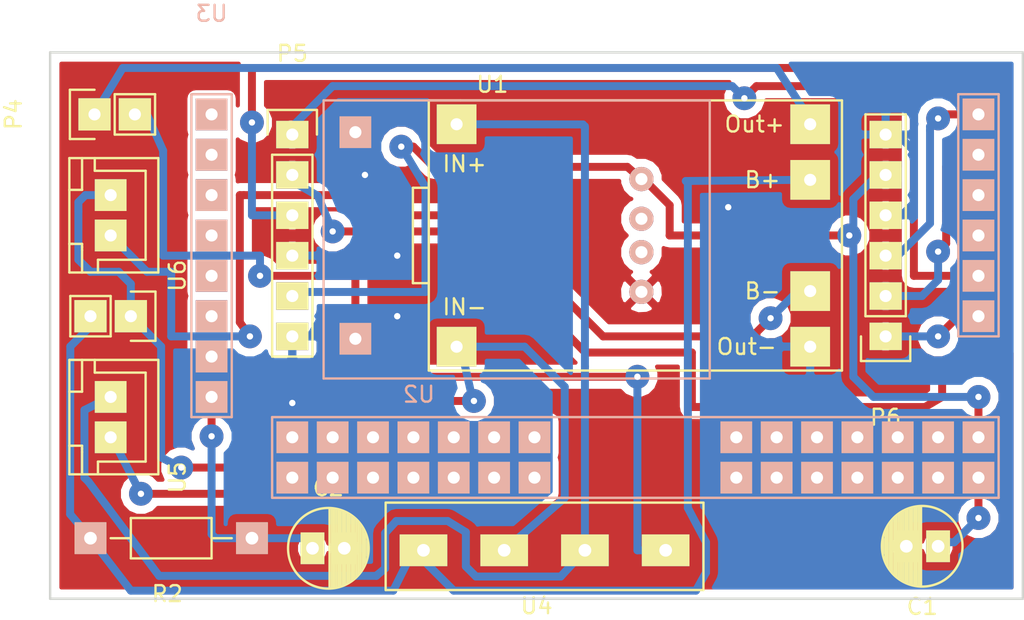
<source format=kicad_pcb>
(kicad_pcb (version 4) (host pcbnew 4.0.2-4+6225~38~ubuntu14.04.1-stable)

  (general
    (links 35)
    (no_connects 0)
    (area 107.059 81.425 171.779001 120.98)
    (thickness 1.6)
    (drawings 4)
    (tracks 255)
    (zones 0)
    (modules 13)
    (nets 50)
  )

  (page A4)
  (layers
    (0 F.Cu signal)
    (31 B.Cu signal)
    (32 B.Adhes user hide)
    (33 F.Adhes user hide)
    (34 B.Paste user hide)
    (35 F.Paste user hide)
    (36 B.SilkS user)
    (37 F.SilkS user)
    (38 B.Mask user)
    (39 F.Mask user)
    (40 Dwgs.User user hide)
    (41 Cmts.User user hide)
    (42 Eco1.User user hide)
    (43 Eco2.User user hide)
    (44 Edge.Cuts user)
    (45 Margin user hide)
    (46 B.CrtYd user hide)
    (47 F.CrtYd user)
    (48 B.Fab user hide)
    (49 F.Fab user hide)
  )

  (setup
    (last_trace_width 0.5)
    (trace_clearance 0.2)
    (zone_clearance 0.508)
    (zone_45_only no)
    (trace_min 0.5)
    (segment_width 0.2)
    (edge_width 0.15)
    (via_size 1.5)
    (via_drill 0.4)
    (via_min_size 1.5)
    (via_min_drill 0.3)
    (uvia_size 0.3)
    (uvia_drill 0.1)
    (uvias_allowed no)
    (uvia_min_size 0.2)
    (uvia_min_drill 0.1)
    (pcb_text_width 0.3)
    (pcb_text_size 1.5 1.5)
    (mod_edge_width 0.15)
    (mod_text_size 1 1)
    (mod_text_width 0.15)
    (pad_size 2 2)
    (pad_drill 0.762)
    (pad_to_mask_clearance 0.2)
    (aux_axis_origin 0 0)
    (visible_elements FFFFFF1F)
    (pcbplotparams
      (layerselection 0x00000_80000001)
      (usegerberextensions false)
      (excludeedgelayer false)
      (linewidth 0.100000)
      (plotframeref false)
      (viasonmask false)
      (mode 1)
      (useauxorigin false)
      (hpglpennumber 1)
      (hpglpenspeed 20)
      (hpglpendiameter 15)
      (hpglpenoverlay 2)
      (psnegative false)
      (psa4output false)
      (plotreference true)
      (plotvalue true)
      (plotinvisibletext false)
      (padsonsilk false)
      (subtractmaskfromsilk false)
      (outputformat 1)
      (mirror false)
      (drillshape 0)
      (scaleselection 1)
      (outputdirectory plottest))
  )

  (net 0 "")
  (net 1 "Net-(P3-Pad2)")
  (net 2 "Net-(P4-Pad1)")
  (net 3 "Net-(P4-Pad2)")
  (net 4 "Net-(P5-Pad1)")
  (net 5 "Net-(P5-Pad2)")
  (net 6 "Net-(P5-Pad3)")
  (net 7 GND)
  (net 8 +5V)
  (net 9 "Net-(P6-Pad1)")
  (net 10 "Net-(P6-Pad2)")
  (net 11 "Net-(P6-Pad3)")
  (net 12 "Net-(U2-Pad5)")
  (net 13 "Net-(U2-Pad6)")
  (net 14 "Net-(U3-Pad22)")
  (net 15 "Net-(U3-Pad23)")
  (net 16 "Net-(U3-Pad24)")
  (net 17 "Net-(U3-Pad25)")
  (net 18 "Net-(U3-Pad26)")
  (net 19 "Net-(U3-Pad27)")
  (net 20 "Net-(U3-Pad28)")
  (net 21 "Net-(U3-Pad29)")
  (net 22 "Net-(U3-Pad30)")
  (net 23 "Net-(U3-Pad31)")
  (net 24 "Net-(U3-Pad32)")
  (net 25 "Net-(U3-Pad33)")
  (net 26 "Net-(U3-Pad42)")
  (net 27 "Net-(U3-Pad43)")
  (net 28 "Net-(U3-Pad44)")
  (net 29 "Net-(U3-Pad45)")
  (net 30 "Net-(U3-Pad46)")
  (net 31 "Net-(U3-Pad47)")
  (net 32 "Net-(U3-Pad48)")
  (net 33 "Net-(U3-Pad49)")
  (net 34 "Net-(U3-Pad50)")
  (net 35 "Net-(U3-Pad51)")
  (net 36 "Net-(U3-Pad52)")
  (net 37 "Net-(U3-Pad53)")
  (net 38 "Net-(U3-PadA14)")
  (net 39 "Net-(U3-PadA8)")
  (net 40 "Net-(U3-PadA9)")
  (net 41 "Net-(U3-PadA10)")
  (net 42 "Net-(U3-PadA11)")
  (net 43 "Net-(U3-PadA12)")
  (net 44 "Net-(U3-PadA13)")
  (net 45 "Net-(C2-Pad1)")
  (net 46 "Net-(P3-Pad1)")
  (net 47 "Net-(U1-Pad1)")
  (net 48 "Net-(U1-Pad2)")
  (net 49 "Net-(U1-Pad5)")

  (net_class Default "This is the default net class."
    (clearance 0.2)
    (trace_width 0.5)
    (via_dia 1.5)
    (via_drill 0.4)
    (uvia_dia 0.3)
    (uvia_drill 0.1)
    (add_net +5V)
    (add_net GND)
    (add_net "Net-(C2-Pad1)")
    (add_net "Net-(P3-Pad1)")
    (add_net "Net-(P3-Pad2)")
    (add_net "Net-(P4-Pad1)")
    (add_net "Net-(P4-Pad2)")
    (add_net "Net-(P5-Pad1)")
    (add_net "Net-(P5-Pad2)")
    (add_net "Net-(P5-Pad3)")
    (add_net "Net-(P6-Pad1)")
    (add_net "Net-(P6-Pad2)")
    (add_net "Net-(P6-Pad3)")
    (add_net "Net-(U1-Pad1)")
    (add_net "Net-(U1-Pad2)")
    (add_net "Net-(U1-Pad5)")
    (add_net "Net-(U2-Pad5)")
    (add_net "Net-(U2-Pad6)")
    (add_net "Net-(U3-Pad22)")
    (add_net "Net-(U3-Pad23)")
    (add_net "Net-(U3-Pad24)")
    (add_net "Net-(U3-Pad25)")
    (add_net "Net-(U3-Pad26)")
    (add_net "Net-(U3-Pad27)")
    (add_net "Net-(U3-Pad28)")
    (add_net "Net-(U3-Pad29)")
    (add_net "Net-(U3-Pad30)")
    (add_net "Net-(U3-Pad31)")
    (add_net "Net-(U3-Pad32)")
    (add_net "Net-(U3-Pad33)")
    (add_net "Net-(U3-Pad42)")
    (add_net "Net-(U3-Pad43)")
    (add_net "Net-(U3-Pad44)")
    (add_net "Net-(U3-Pad45)")
    (add_net "Net-(U3-Pad46)")
    (add_net "Net-(U3-Pad47)")
    (add_net "Net-(U3-Pad48)")
    (add_net "Net-(U3-Pad49)")
    (add_net "Net-(U3-Pad50)")
    (add_net "Net-(U3-Pad51)")
    (add_net "Net-(U3-Pad52)")
    (add_net "Net-(U3-Pad53)")
    (add_net "Net-(U3-PadA10)")
    (add_net "Net-(U3-PadA11)")
    (add_net "Net-(U3-PadA12)")
    (add_net "Net-(U3-PadA13)")
    (add_net "Net-(U3-PadA14)")
    (add_net "Net-(U3-PadA8)")
    (add_net "Net-(U3-PadA9)")
  )

  (module Pin_Headers:Pin_Header_Straight_1x02 (layer F.Cu) (tedit 5721027A) (tstamp 570D7E86)
    (at 115.57 101.6 270)
    (descr "Through hole pin header")
    (tags "pin header")
    (path /570C0D83)
    (fp_text reference P3 (at 0 -5.1 270) (layer F.SilkS)
      (effects (font (size 1 1) (thickness 0.15)))
    )
    (fp_text value BattSwitch (at -0.762 -3.048 270) (layer F.Fab)
      (effects (font (size 1 1) (thickness 0.15)))
    )
    (fp_line (start 1.27 1.27) (end 1.27 3.81) (layer F.SilkS) (width 0.15))
    (fp_line (start 1.55 -1.55) (end 1.55 0) (layer F.SilkS) (width 0.15))
    (fp_line (start -1.75 -1.75) (end -1.75 4.3) (layer F.CrtYd) (width 0.05))
    (fp_line (start 1.75 -1.75) (end 1.75 4.3) (layer F.CrtYd) (width 0.05))
    (fp_line (start -1.75 -1.75) (end 1.75 -1.75) (layer F.CrtYd) (width 0.05))
    (fp_line (start -1.75 4.3) (end 1.75 4.3) (layer F.CrtYd) (width 0.05))
    (fp_line (start 1.27 1.27) (end -1.27 1.27) (layer F.SilkS) (width 0.15))
    (fp_line (start -1.55 0) (end -1.55 -1.55) (layer F.SilkS) (width 0.15))
    (fp_line (start -1.55 -1.55) (end 1.55 -1.55) (layer F.SilkS) (width 0.15))
    (fp_line (start -1.27 1.27) (end -1.27 3.81) (layer F.SilkS) (width 0.15))
    (fp_line (start -1.27 3.81) (end 1.27 3.81) (layer F.SilkS) (width 0.15))
    (pad 1 thru_hole rect (at 0 0 270) (size 2.032 2.032) (drill 0.762) (layers *.Mask B.Cu F.SilkS)
      (net 46 "Net-(P3-Pad1)"))
    (pad 2 thru_hole rect (at 0 2.54 270) (size 2.032 2.032) (drill 0.762) (layers *.Mask B.Cu F.SilkS)
      (net 1 "Net-(P3-Pad2)"))
    (model Pin_Headers.3dshapes/Pin_Header_Straight_1x02.wrl
      (at (xyz 0 -0.05 0))
      (scale (xyz 1 1 1))
      (rotate (xyz 0 0 90))
    )
  )

  (module Pin_Headers:Pin_Header_Straight_1x02 (layer F.Cu) (tedit 5721028C) (tstamp 570D7E8C)
    (at 113.284 88.9 90)
    (descr "Through hole pin header")
    (tags "pin header")
    (path /570C10D5)
    (fp_text reference P4 (at 0 -5.1 90) (layer F.SilkS)
      (effects (font (size 1 1) (thickness 0.15)))
    )
    (fp_text value PowerSwitch (at 2.032 4.318 90) (layer F.Fab)
      (effects (font (size 1 1) (thickness 0.15)))
    )
    (fp_line (start 1.27 1.27) (end 1.27 3.81) (layer F.SilkS) (width 0.15))
    (fp_line (start 1.55 -1.55) (end 1.55 0) (layer F.SilkS) (width 0.15))
    (fp_line (start -1.75 -1.75) (end -1.75 4.3) (layer F.CrtYd) (width 0.05))
    (fp_line (start 1.75 -1.75) (end 1.75 4.3) (layer F.CrtYd) (width 0.05))
    (fp_line (start -1.75 -1.75) (end 1.75 -1.75) (layer F.CrtYd) (width 0.05))
    (fp_line (start -1.75 4.3) (end 1.75 4.3) (layer F.CrtYd) (width 0.05))
    (fp_line (start 1.27 1.27) (end -1.27 1.27) (layer F.SilkS) (width 0.15))
    (fp_line (start -1.55 0) (end -1.55 -1.55) (layer F.SilkS) (width 0.15))
    (fp_line (start -1.55 -1.55) (end 1.55 -1.55) (layer F.SilkS) (width 0.15))
    (fp_line (start -1.27 1.27) (end -1.27 3.81) (layer F.SilkS) (width 0.15))
    (fp_line (start -1.27 3.81) (end 1.27 3.81) (layer F.SilkS) (width 0.15))
    (pad 1 thru_hole rect (at 0 0 90) (size 2.032 2.032) (drill 0.762) (layers *.Mask B.Cu F.SilkS)
      (net 2 "Net-(P4-Pad1)"))
    (pad 2 thru_hole rect (at 0 2.54 90) (size 2.032 2.032) (drill 0.762) (layers *.Mask B.Cu F.SilkS)
      (net 3 "Net-(P4-Pad2)"))
    (model Pin_Headers.3dshapes/Pin_Header_Straight_1x02.wrl
      (at (xyz 0 -0.05 0))
      (scale (xyz 1 1 1))
      (rotate (xyz 0 0 90))
    )
  )

  (module Pin_Headers:Pin_Header_Straight_1x06 (layer F.Cu) (tedit 572114E0) (tstamp 570D7E96)
    (at 125.73 90.17)
    (descr "Through hole pin header")
    (tags "pin header")
    (path /570C0288)
    (fp_text reference P5 (at 0 -5.1) (layer F.SilkS)
      (effects (font (size 1 1) (thickness 0.15)))
    )
    (fp_text value "Inbound Radio" (at 0 -3.1) (layer F.Fab)
      (effects (font (size 1 1) (thickness 0.15)))
    )
    (fp_line (start -1.75 -1.75) (end -1.75 14.45) (layer F.CrtYd) (width 0.05))
    (fp_line (start 1.75 -1.75) (end 1.75 14.45) (layer F.CrtYd) (width 0.05))
    (fp_line (start -1.75 -1.75) (end 1.75 -1.75) (layer F.CrtYd) (width 0.05))
    (fp_line (start -1.75 14.45) (end 1.75 14.45) (layer F.CrtYd) (width 0.05))
    (fp_line (start 1.27 1.27) (end 1.27 13.97) (layer F.SilkS) (width 0.15))
    (fp_line (start 1.27 13.97) (end -1.27 13.97) (layer F.SilkS) (width 0.15))
    (fp_line (start -1.27 13.97) (end -1.27 1.27) (layer F.SilkS) (width 0.15))
    (fp_line (start 1.55 -1.55) (end 1.55 0) (layer F.SilkS) (width 0.15))
    (fp_line (start 1.27 1.27) (end -1.27 1.27) (layer F.SilkS) (width 0.15))
    (fp_line (start -1.55 0) (end -1.55 -1.55) (layer F.SilkS) (width 0.15))
    (fp_line (start -1.55 -1.55) (end 1.55 -1.55) (layer F.SilkS) (width 0.15))
    (pad 1 thru_hole rect (at 0 0) (size 2.032 1.7272) (drill 0.762) (layers *.Mask B.Cu F.SilkS)
      (net 4 "Net-(P5-Pad1)"))
    (pad 2 thru_hole rect (at 0 2.54) (size 2.032 1.7272) (drill 0.762) (layers *.Mask B.Cu F.SilkS)
      (net 5 "Net-(P5-Pad2)"))
    (pad 3 thru_hole rect (at 0 5.08) (size 2.032 1.7272) (drill 0.762) (layers *.Mask B.Cu F.SilkS)
      (net 6 "Net-(P5-Pad3)"))
    (pad 4 thru_hole rect (at 0 7.62) (size 2.032 1.7272) (drill 0.762) (layers *.Mask B.Cu F.SilkS)
      (net 7 GND))
    (pad 5 thru_hole rect (at 0 10.16) (size 2.032 1.7272) (drill 0.762) (layers *.Mask B.Cu F.SilkS)
      (net 8 +5V))
    (pad 6 thru_hole rect (at 0 12.7) (size 2.032 1.7272) (drill 0.762) (layers *.Mask B.Cu F.SilkS)
      (net 7 GND))
    (model Pin_Headers.3dshapes/Pin_Header_Straight_1x06.wrl
      (at (xyz 0 -0.25 0))
      (scale (xyz 1 1 1))
      (rotate (xyz 0 0 90))
    )
  )

  (module Pin_Headers:Pin_Header_Straight_1x06 (layer F.Cu) (tedit 572113B5) (tstamp 570D7EA0)
    (at 163.068 102.87 180)
    (descr "Through hole pin header")
    (tags "pin header")
    (path /570C04AC)
    (fp_text reference P6 (at 0 -5.1 180) (layer F.SilkS)
      (effects (font (size 1 1) (thickness 0.15)))
    )
    (fp_text value "Outbound Radio" (at 0 -3.1 180) (layer F.Fab)
      (effects (font (size 1 1) (thickness 0.15)))
    )
    (fp_line (start -1.75 -1.75) (end -1.75 14.45) (layer F.CrtYd) (width 0.05))
    (fp_line (start 1.75 -1.75) (end 1.75 14.45) (layer F.CrtYd) (width 0.05))
    (fp_line (start -1.75 -1.75) (end 1.75 -1.75) (layer F.CrtYd) (width 0.05))
    (fp_line (start -1.75 14.45) (end 1.75 14.45) (layer F.CrtYd) (width 0.05))
    (fp_line (start 1.27 1.27) (end 1.27 13.97) (layer F.SilkS) (width 0.15))
    (fp_line (start 1.27 13.97) (end -1.27 13.97) (layer F.SilkS) (width 0.15))
    (fp_line (start -1.27 13.97) (end -1.27 1.27) (layer F.SilkS) (width 0.15))
    (fp_line (start 1.55 -1.55) (end 1.55 0) (layer F.SilkS) (width 0.15))
    (fp_line (start 1.27 1.27) (end -1.27 1.27) (layer F.SilkS) (width 0.15))
    (fp_line (start -1.55 0) (end -1.55 -1.55) (layer F.SilkS) (width 0.15))
    (fp_line (start -1.55 -1.55) (end 1.55 -1.55) (layer F.SilkS) (width 0.15))
    (pad 1 thru_hole rect (at 0 0 180) (size 2.032 1.7272) (drill 0.762) (layers *.Mask B.Cu F.SilkS)
      (net 9 "Net-(P6-Pad1)"))
    (pad 2 thru_hole rect (at 0 2.54 180) (size 2.032 1.7272) (drill 0.762) (layers *.Mask B.Cu F.SilkS)
      (net 10 "Net-(P6-Pad2)"))
    (pad 3 thru_hole rect (at 0 5.08 180) (size 2.032 1.7272) (drill 0.762) (layers *.Mask B.Cu F.SilkS)
      (net 11 "Net-(P6-Pad3)"))
    (pad 4 thru_hole rect (at 0 7.62 180) (size 2.032 1.7272) (drill 0.762) (layers *.Mask B.Cu F.SilkS)
      (net 7 GND))
    (pad 5 thru_hole rect (at 0 10.16 180) (size 2.032 1.7272) (drill 0.762) (layers *.Mask B.Cu F.SilkS)
      (net 8 +5V))
    (pad 6 thru_hole rect (at 0 12.7 180) (size 2.032 1.7272) (drill 0.762) (layers *.Mask B.Cu F.SilkS)
      (net 7 GND))
    (model Pin_Headers.3dshapes/Pin_Header_Straight_1x06.wrl
      (at (xyz 0 -0.25 0))
      (scale (xyz 1 1 1))
      (rotate (xyz 0 0 90))
    )
  )

  (module Capacitors_ThroughHole:C_Radial_D5_L11_P2 (layer F.Cu) (tedit 572102C4) (tstamp 570D7FF9)
    (at 166.37 116.078 180)
    (descr "Radial Electrolytic Capacitor 5mm x Length 11mm, Pitch 2mm")
    (tags "Electrolytic Capacitor")
    (path /570D3EE2)
    (fp_text reference C1 (at 1 -3.8 180) (layer F.SilkS)
      (effects (font (size 1 1) (thickness 0.15)))
    )
    (fp_text value CP1_Small (at 1 3.8 180) (layer F.Fab)
      (effects (font (size 1 1) (thickness 0.15)))
    )
    (fp_line (start 1.075 -2.499) (end 1.075 2.499) (layer F.SilkS) (width 0.15))
    (fp_line (start 1.215 -2.491) (end 1.215 -0.154) (layer F.SilkS) (width 0.15))
    (fp_line (start 1.215 0.154) (end 1.215 2.491) (layer F.SilkS) (width 0.15))
    (fp_line (start 1.355 -2.475) (end 1.355 -0.473) (layer F.SilkS) (width 0.15))
    (fp_line (start 1.355 0.473) (end 1.355 2.475) (layer F.SilkS) (width 0.15))
    (fp_line (start 1.495 -2.451) (end 1.495 -0.62) (layer F.SilkS) (width 0.15))
    (fp_line (start 1.495 0.62) (end 1.495 2.451) (layer F.SilkS) (width 0.15))
    (fp_line (start 1.635 -2.418) (end 1.635 -0.712) (layer F.SilkS) (width 0.15))
    (fp_line (start 1.635 0.712) (end 1.635 2.418) (layer F.SilkS) (width 0.15))
    (fp_line (start 1.775 -2.377) (end 1.775 -0.768) (layer F.SilkS) (width 0.15))
    (fp_line (start 1.775 0.768) (end 1.775 2.377) (layer F.SilkS) (width 0.15))
    (fp_line (start 1.915 -2.327) (end 1.915 -0.795) (layer F.SilkS) (width 0.15))
    (fp_line (start 1.915 0.795) (end 1.915 2.327) (layer F.SilkS) (width 0.15))
    (fp_line (start 2.055 -2.266) (end 2.055 -0.798) (layer F.SilkS) (width 0.15))
    (fp_line (start 2.055 0.798) (end 2.055 2.266) (layer F.SilkS) (width 0.15))
    (fp_line (start 2.195 -2.196) (end 2.195 -0.776) (layer F.SilkS) (width 0.15))
    (fp_line (start 2.195 0.776) (end 2.195 2.196) (layer F.SilkS) (width 0.15))
    (fp_line (start 2.335 -2.114) (end 2.335 -0.726) (layer F.SilkS) (width 0.15))
    (fp_line (start 2.335 0.726) (end 2.335 2.114) (layer F.SilkS) (width 0.15))
    (fp_line (start 2.475 -2.019) (end 2.475 -0.644) (layer F.SilkS) (width 0.15))
    (fp_line (start 2.475 0.644) (end 2.475 2.019) (layer F.SilkS) (width 0.15))
    (fp_line (start 2.615 -1.908) (end 2.615 -0.512) (layer F.SilkS) (width 0.15))
    (fp_line (start 2.615 0.512) (end 2.615 1.908) (layer F.SilkS) (width 0.15))
    (fp_line (start 2.755 -1.78) (end 2.755 -0.265) (layer F.SilkS) (width 0.15))
    (fp_line (start 2.755 0.265) (end 2.755 1.78) (layer F.SilkS) (width 0.15))
    (fp_line (start 2.895 -1.631) (end 2.895 1.631) (layer F.SilkS) (width 0.15))
    (fp_line (start 3.035 -1.452) (end 3.035 1.452) (layer F.SilkS) (width 0.15))
    (fp_line (start 3.175 -1.233) (end 3.175 1.233) (layer F.SilkS) (width 0.15))
    (fp_line (start 3.315 -0.944) (end 3.315 0.944) (layer F.SilkS) (width 0.15))
    (fp_line (start 3.455 -0.472) (end 3.455 0.472) (layer F.SilkS) (width 0.15))
    (fp_circle (center 2 0) (end 2 -0.8) (layer F.SilkS) (width 0.15))
    (fp_circle (center 1 0) (end 1 -2.5375) (layer F.SilkS) (width 0.15))
    (fp_circle (center 1 0) (end 1 -2.8) (layer F.CrtYd) (width 0.05))
    (pad 1 thru_hole rect (at 0 0 180) (size 1.5 2) (drill 0.8) (layers *.Mask B.Cu F.SilkS)
      (net 8 +5V))
    (pad 2 thru_hole rect (at 2 0 180) (size 1.5 2) (drill 0.8) (layers *.Mask B.Cu F.SilkS)
      (net 7 GND))
    (model Capacitors_ThroughHole.3dshapes/C_Radial_D5_L11_P2.wrl
      (at (xyz 0 0 0))
      (scale (xyz 1 1 1))
      (rotate (xyz 0 0 0))
    )
  )

  (module Resistors_ThroughHole:Resistor_Horizontal_RM10mm (layer F.Cu) (tedit 57210211) (tstamp 570D7EAC)
    (at 123.19 115.57 180)
    (descr "Resistor, Axial,  RM 10mm, 1/3W")
    (tags "Resistor Axial RM 10mm 1/3W")
    (path /570C0C29)
    (fp_text reference R2 (at 5.32892 -3.50012 180) (layer F.SilkS)
      (effects (font (size 1 1) (thickness 0.15)))
    )
    (fp_text value R (at 5.08 3.81 180) (layer F.Fab)
      (effects (font (size 1 1) (thickness 0.15)))
    )
    (fp_line (start -1.25 -1.5) (end 11.4 -1.5) (layer F.CrtYd) (width 0.05))
    (fp_line (start -1.25 1.5) (end -1.25 -1.5) (layer F.CrtYd) (width 0.05))
    (fp_line (start 11.4 -1.5) (end 11.4 1.5) (layer F.CrtYd) (width 0.05))
    (fp_line (start -1.25 1.5) (end 11.4 1.5) (layer F.CrtYd) (width 0.05))
    (fp_line (start 2.54 -1.27) (end 7.62 -1.27) (layer F.SilkS) (width 0.15))
    (fp_line (start 7.62 -1.27) (end 7.62 1.27) (layer F.SilkS) (width 0.15))
    (fp_line (start 7.62 1.27) (end 2.54 1.27) (layer F.SilkS) (width 0.15))
    (fp_line (start 2.54 1.27) (end 2.54 -1.27) (layer F.SilkS) (width 0.15))
    (fp_line (start 2.54 0) (end 1.27 0) (layer F.SilkS) (width 0.15))
    (fp_line (start 7.62 0) (end 8.89 0) (layer F.SilkS) (width 0.15))
    (pad 1 thru_hole rect (at 0 0 180) (size 1.99898 1.99898) (drill 0.8) (layers *.SilkS *.Mask B.Cu)
      (net 45 "Net-(C2-Pad1)"))
    (pad 2 thru_hole rect (at 10.16 0 180) (size 1.99898 1.99898) (drill 0.8) (layers *.SilkS *.Mask B.Cu)
      (net 1 "Net-(P3-Pad2)"))
    (model Resistors_ThroughHole.3dshapes/Resistor_Horizontal_RM10mm.wrl
      (at (xyz 0.2 0 0))
      (scale (xyz 0.4 0.4 0.4))
      (rotate (xyz 0 0 0))
    )
  )

  (module Capacitors_ThroughHole:C_Radial_D5_L11_P2 (layer F.Cu) (tedit 572102AB) (tstamp 57102312)
    (at 127 116.205)
    (descr "Radial Electrolytic Capacitor 5mm x Length 11mm, Pitch 2mm")
    (tags "Electrolytic Capacitor")
    (path /57100502)
    (fp_text reference C2 (at 1 -3.8) (layer F.SilkS)
      (effects (font (size 1 1) (thickness 0.15)))
    )
    (fp_text value CP1_Small (at 1 3.8) (layer F.Fab)
      (effects (font (size 1 1) (thickness 0.15)))
    )
    (fp_line (start 1.075 -2.499) (end 1.075 2.499) (layer F.SilkS) (width 0.15))
    (fp_line (start 1.215 -2.491) (end 1.215 -0.154) (layer F.SilkS) (width 0.15))
    (fp_line (start 1.215 0.154) (end 1.215 2.491) (layer F.SilkS) (width 0.15))
    (fp_line (start 1.355 -2.475) (end 1.355 -0.473) (layer F.SilkS) (width 0.15))
    (fp_line (start 1.355 0.473) (end 1.355 2.475) (layer F.SilkS) (width 0.15))
    (fp_line (start 1.495 -2.451) (end 1.495 -0.62) (layer F.SilkS) (width 0.15))
    (fp_line (start 1.495 0.62) (end 1.495 2.451) (layer F.SilkS) (width 0.15))
    (fp_line (start 1.635 -2.418) (end 1.635 -0.712) (layer F.SilkS) (width 0.15))
    (fp_line (start 1.635 0.712) (end 1.635 2.418) (layer F.SilkS) (width 0.15))
    (fp_line (start 1.775 -2.377) (end 1.775 -0.768) (layer F.SilkS) (width 0.15))
    (fp_line (start 1.775 0.768) (end 1.775 2.377) (layer F.SilkS) (width 0.15))
    (fp_line (start 1.915 -2.327) (end 1.915 -0.795) (layer F.SilkS) (width 0.15))
    (fp_line (start 1.915 0.795) (end 1.915 2.327) (layer F.SilkS) (width 0.15))
    (fp_line (start 2.055 -2.266) (end 2.055 -0.798) (layer F.SilkS) (width 0.15))
    (fp_line (start 2.055 0.798) (end 2.055 2.266) (layer F.SilkS) (width 0.15))
    (fp_line (start 2.195 -2.196) (end 2.195 -0.776) (layer F.SilkS) (width 0.15))
    (fp_line (start 2.195 0.776) (end 2.195 2.196) (layer F.SilkS) (width 0.15))
    (fp_line (start 2.335 -2.114) (end 2.335 -0.726) (layer F.SilkS) (width 0.15))
    (fp_line (start 2.335 0.726) (end 2.335 2.114) (layer F.SilkS) (width 0.15))
    (fp_line (start 2.475 -2.019) (end 2.475 -0.644) (layer F.SilkS) (width 0.15))
    (fp_line (start 2.475 0.644) (end 2.475 2.019) (layer F.SilkS) (width 0.15))
    (fp_line (start 2.615 -1.908) (end 2.615 -0.512) (layer F.SilkS) (width 0.15))
    (fp_line (start 2.615 0.512) (end 2.615 1.908) (layer F.SilkS) (width 0.15))
    (fp_line (start 2.755 -1.78) (end 2.755 -0.265) (layer F.SilkS) (width 0.15))
    (fp_line (start 2.755 0.265) (end 2.755 1.78) (layer F.SilkS) (width 0.15))
    (fp_line (start 2.895 -1.631) (end 2.895 1.631) (layer F.SilkS) (width 0.15))
    (fp_line (start 3.035 -1.452) (end 3.035 1.452) (layer F.SilkS) (width 0.15))
    (fp_line (start 3.175 -1.233) (end 3.175 1.233) (layer F.SilkS) (width 0.15))
    (fp_line (start 3.315 -0.944) (end 3.315 0.944) (layer F.SilkS) (width 0.15))
    (fp_line (start 3.455 -0.472) (end 3.455 0.472) (layer F.SilkS) (width 0.15))
    (fp_circle (center 2 0) (end 2 -0.8) (layer F.SilkS) (width 0.15))
    (fp_circle (center 1 0) (end 1 -2.5375) (layer F.SilkS) (width 0.15))
    (fp_circle (center 1 0) (end 1 -2.8) (layer F.CrtYd) (width 0.05))
    (pad 1 thru_hole rect (at 0 0) (size 1.5 2) (drill 0.8) (layers *.Mask B.Cu F.SilkS)
      (net 45 "Net-(C2-Pad1)"))
    (pad 2 thru_hole rect (at 2 0) (size 1.5 2) (drill 0.8) (layers *.Mask B.Cu F.SilkS)
      (net 7 GND))
    (model Capacitors_ThroughHole.3dshapes/C_Radial_D5_L11_P2.wrl
      (at (xyz 0 0 0))
      (scale (xyz 1 1 1))
      (rotate (xyz 0 0 0))
    )
  )

  (module Library:Mega2560Connector (layer B.Cu) (tedit 572115A3) (tstamp 570D7EFC)
    (at 134.62 101.6 180)
    (path /570AEF44)
    (fp_text reference U3 (at 13.97 19.05 180) (layer B.SilkS)
      (effects (font (size 1 1) (thickness 0.15)) (justify mirror))
    )
    (fp_text value Mega2560Connector (at 2.54 19.05 180) (layer B.Fab)
      (effects (font (size 1 1) (thickness 0.15)) (justify mirror))
    )
    (fp_line (start -33.02 -1.27) (end -33.02 13.97) (layer B.SilkS) (width 0.15))
    (fp_line (start -35.56 13.97) (end -35.56 -1.27) (layer B.SilkS) (width 0.15))
    (fp_line (start -33.02 13.97) (end -35.56 13.97) (layer B.SilkS) (width 0.15))
    (fp_line (start 15.24 -6.35) (end 12.7 -6.35) (layer B.SilkS) (width 0.15))
    (fp_line (start 12.7 -6.35) (end 12.7 13.97) (layer B.SilkS) (width 0.15))
    (fp_line (start 12.7 13.97) (end 15.24 13.97) (layer B.SilkS) (width 0.15))
    (fp_line (start 15.24 13.97) (end 15.24 -6.35) (layer B.SilkS) (width 0.15))
    (fp_line (start -35.56 -6.35) (end 10.16 -6.35) (layer B.SilkS) (width 0.15))
    (fp_line (start 10.16 -6.35) (end 10.16 -11.43) (layer B.SilkS) (width 0.15))
    (fp_line (start 10.16 -11.43) (end -35.56 -11.43) (layer B.SilkS) (width 0.15))
    (fp_line (start -35.56 -11.43) (end -35.56 -6.35) (layer B.SilkS) (width 0.15))
    (fp_line (start -33.02 -1.27) (end -35.56 -1.27) (layer B.SilkS) (width 0.15))
    (pad 16 thru_hole rect (at -34.29 12.7) (size 2 2) (drill 0.762) (layers *.Mask F.Cu B.SilkS)
      (net 11 "Net-(P6-Pad3)"))
    (pad 17 thru_hole rect (at -34.29 10.16) (size 2 2) (drill 0.762) (layers *.Mask F.Cu B.SilkS)
      (net 10 "Net-(P6-Pad2)"))
    (pad 18 thru_hole rect (at -34.29 7.62) (size 2 2) (drill 0.762) (layers *.Mask F.Cu B.SilkS)
      (net 6 "Net-(P5-Pad3)"))
    (pad 19 thru_hole rect (at -34.29 5.08) (size 2 2) (drill 0.762) (layers *.Mask F.Cu B.SilkS)
      (net 5 "Net-(P5-Pad2)"))
    (pad 20 thru_hole rect (at -34.29 2.54) (size 2 2) (drill 0.762) (layers *.Mask F.Cu B.SilkS)
      (net 4 "Net-(P5-Pad1)"))
    (pad 21 thru_hole rect (at -34.29 0) (size 2 2) (drill 0.762) (layers *.Mask F.Cu B.SilkS)
      (net 9 "Net-(P6-Pad1)"))
    (pad 5v thru_hole rect (at -34.29 -7.62) (size 2 2) (drill 0.762) (layers *.Mask F.Cu B.SilkS)
      (net 8 +5V))
    (pad 5v thru_hole rect (at -34.29 -10.16) (size 2 2) (drill 0.762) (layers *.Mask F.Cu B.SilkS)
      (net 8 +5V))
    (pad 22 thru_hole rect (at -31.75 -7.62) (size 2 2) (drill 0.762) (layers *.Mask F.Cu B.SilkS)
      (net 14 "Net-(U3-Pad22)"))
    (pad 23 thru_hole rect (at -31.75 -10.16) (size 2 2) (drill 0.762) (layers *.Mask F.Cu B.SilkS)
      (net 15 "Net-(U3-Pad23)"))
    (pad 24 thru_hole rect (at -29.21 -7.62) (size 2 2) (drill 0.762) (layers *.Mask F.Cu B.SilkS)
      (net 16 "Net-(U3-Pad24)"))
    (pad 25 thru_hole rect (at -29.21 -10.16) (size 2 2) (drill 0.762) (layers *.Mask F.Cu B.SilkS)
      (net 17 "Net-(U3-Pad25)"))
    (pad 26 thru_hole rect (at -26.67 -7.62) (size 2 2) (drill 0.762) (layers *.Mask F.Cu B.SilkS)
      (net 18 "Net-(U3-Pad26)"))
    (pad 27 thru_hole rect (at -26.67 -10.16) (size 2 2) (drill 0.762) (layers *.Mask F.Cu B.SilkS)
      (net 19 "Net-(U3-Pad27)"))
    (pad 28 thru_hole rect (at -24.13 -7.62) (size 2 2) (drill 0.762) (layers *.Mask F.Cu B.SilkS)
      (net 20 "Net-(U3-Pad28)"))
    (pad 29 thru_hole rect (at -24.13 -10.16) (size 2 2) (drill 0.762) (layers *.Mask F.Cu B.SilkS)
      (net 21 "Net-(U3-Pad29)"))
    (pad 30 thru_hole rect (at -21.59 -7.62) (size 2 2) (drill 0.762) (layers *.Mask F.Cu B.SilkS)
      (net 22 "Net-(U3-Pad30)"))
    (pad 31 thru_hole rect (at -21.59 -10.16) (size 2 2) (drill 0.762) (layers *.Mask F.Cu B.SilkS)
      (net 23 "Net-(U3-Pad31)"))
    (pad 32 thru_hole rect (at -19.05 -7.62) (size 2 2) (drill 0.762) (layers *.Mask F.Cu B.SilkS)
      (net 24 "Net-(U3-Pad32)"))
    (pad 33 thru_hole rect (at -19.05 -10.16) (size 2 2) (drill 0.762) (layers *.Mask F.Cu B.SilkS)
      (net 25 "Net-(U3-Pad33)"))
    (pad 42 thru_hole rect (at -6.35 -7.62) (size 2 2) (drill 0.762) (layers *.Mask F.Cu B.SilkS)
      (net 26 "Net-(U3-Pad42)"))
    (pad 43 thru_hole rect (at -6.35 -10.16) (size 2 2) (drill 0.762) (layers *.Mask F.Cu B.SilkS)
      (net 27 "Net-(U3-Pad43)"))
    (pad 44 thru_hole rect (at -3.81 -7.62) (size 2 2) (drill 0.762) (layers *.Mask F.Cu B.SilkS)
      (net 28 "Net-(U3-Pad44)"))
    (pad 45 thru_hole rect (at -3.81 -10.16) (size 2 2) (drill 0.762) (layers *.Mask F.Cu B.SilkS)
      (net 29 "Net-(U3-Pad45)"))
    (pad 46 thru_hole rect (at -1.27 -7.62) (size 2 2) (drill 0.762) (layers *.Mask F.Cu B.SilkS)
      (net 30 "Net-(U3-Pad46)"))
    (pad 47 thru_hole rect (at -1.27 -10.16) (size 2 2) (drill 0.762) (layers *.Mask F.Cu B.SilkS)
      (net 31 "Net-(U3-Pad47)"))
    (pad 48 thru_hole rect (at 1.27 -7.62) (size 2 2) (drill 0.762) (layers *.Mask F.Cu B.SilkS)
      (net 32 "Net-(U3-Pad48)"))
    (pad 49 thru_hole rect (at 1.27 -10.16) (size 2 2) (drill 0.762) (layers *.Mask F.Cu B.SilkS)
      (net 33 "Net-(U3-Pad49)"))
    (pad 50 thru_hole rect (at 3.81 -7.62) (size 2 2) (drill 0.762) (layers *.Mask F.Cu B.SilkS)
      (net 34 "Net-(U3-Pad50)"))
    (pad 51 thru_hole rect (at 3.81 -10.16) (size 2 2) (drill 0.762) (layers *.Mask F.Cu B.SilkS)
      (net 35 "Net-(U3-Pad51)"))
    (pad 52 thru_hole rect (at 6.35 -7.62) (size 2 2) (drill 0.762) (layers *.Mask F.Cu B.SilkS)
      (net 36 "Net-(U3-Pad52)"))
    (pad 53 thru_hole rect (at 6.35 -10.16) (size 2 2) (drill 0.762) (layers *.Mask F.Cu B.SilkS)
      (net 37 "Net-(U3-Pad53)"))
    (pad GND thru_hole rect (at 8.89 -7.62) (size 2 2) (drill 0.762) (layers *.Mask F.Cu B.SilkS)
      (net 7 GND))
    (pad GND thru_hole rect (at 8.89 -10.16) (size 2 2) (drill 0.762) (layers *.Mask F.Cu B.SilkS)
      (net 7 GND))
    (pad A15 thru_hole rect (at 13.97 -5.08) (size 2 2) (drill 0.762) (layers *.Mask F.Cu B.SilkS)
      (net 45 "Net-(C2-Pad1)"))
    (pad A14 thru_hole rect (at 13.97 -2.54) (size 2 2) (drill 0.762) (layers *.Mask F.Cu B.SilkS)
      (net 38 "Net-(U3-PadA14)"))
    (pad A8 thru_hole rect (at 13.97 12.7) (size 2 2) (drill 0.762) (layers *.Mask F.Cu B.SilkS)
      (net 39 "Net-(U3-PadA8)"))
    (pad A9 thru_hole rect (at 13.97 10.16) (size 2 2) (drill 0.762) (layers *.Mask F.Cu B.SilkS)
      (net 40 "Net-(U3-PadA9)"))
    (pad A10 thru_hole rect (at 13.97 7.62) (size 2 2) (drill 0.762) (layers *.Mask F.Cu B.SilkS)
      (net 41 "Net-(U3-PadA10)"))
    (pad A11 thru_hole rect (at 13.97 5.08) (size 2 2) (drill 0.762) (layers *.Mask F.Cu B.SilkS)
      (net 42 "Net-(U3-PadA11)"))
    (pad A12 thru_hole rect (at 13.97 2.54) (size 2 2) (drill 0.762) (layers *.Mask F.Cu B.SilkS)
      (net 43 "Net-(U3-PadA12)"))
    (pad A13 thru_hole rect (at 13.97 0) (size 2 2) (drill 0.762) (layers *.Mask F.Cu B.SilkS)
      (net 44 "Net-(U3-PadA13)"))
  )

  (module Library:StepUpModule (layer B.Cu) (tedit 572112FD) (tstamp 570D7EC4)
    (at 139.7 96.52)
    (path /570BEE43)
    (fp_text reference U2 (at -6 10) (layer B.SilkS)
      (effects (font (size 1 1) (thickness 0.15)) (justify mirror))
    )
    (fp_text value StepUpModule (at -1 7) (layer B.Fab)
      (effects (font (size 1 1) (thickness 0.15)) (justify mirror))
    )
    (fp_line (start -12 9) (end -12 -8.5) (layer B.SilkS) (width 0.15))
    (fp_line (start -12 -8.5) (end 12.3 -8.5) (layer B.SilkS) (width 0.15))
    (fp_line (start 12.3 -8.5) (end 12.3 9) (layer B.SilkS) (width 0.15))
    (fp_line (start 12.3 9) (end -12 9) (layer B.SilkS) (width 0.15))
    (pad 1 thru_hole rect (at -10 6.5) (size 2 2) (drill 0.762) (layers *.Mask F.Cu B.SilkS)
      (net 3 "Net-(P4-Pad2)"))
    (pad 2 thru_hole rect (at -10 -6.5) (size 2 2) (drill 0.762) (layers *.Mask F.Cu B.SilkS)
      (net 7 GND))
    (pad 3 thru_hole circle (at 8 3.55) (size 1.524 1.524) (drill 0.762) (layers *.Mask F.Cu B.SilkS)
      (net 7 GND))
    (pad 4 thru_hole circle (at 8 -3.55) (size 1.524 1.524) (drill 0.762) (layers *.Mask F.Cu B.SilkS)
      (net 8 +5V))
    (pad 5 thru_hole circle (at 8 1.05) (size 1.524 1.524) (drill 0.762) (layers *.Mask F.Cu B.SilkS)
      (net 12 "Net-(U2-Pad5)"))
    (pad 6 thru_hole circle (at 8 -1.05) (size 1.524 1.524) (drill 0.762) (layers *.Mask F.Cu B.SilkS)
      (net 13 "Net-(U2-Pad6)"))
  )

  (module Library:ChargerModule (layer F.Cu) (tedit 572115BF) (tstamp 570D7EB6)
    (at 147.32 96.52)
    (path /570BEDDE)
    (fp_text reference U1 (at -9 -9.5) (layer F.SilkS)
      (effects (font (size 1 1) (thickness 0.15)))
    )
    (fp_text value ChargerModule (at -1.27 -7.62) (layer F.Fab)
      (effects (font (size 1 1) (thickness 0.15)))
    )
    (fp_text user IN- (at -10.75 4.5) (layer F.SilkS)
      (effects (font (size 1 1) (thickness 0.15)))
    )
    (fp_text user IN+ (at -10.75 -4.5) (layer F.SilkS)
      (effects (font (size 1 1) (thickness 0.15)))
    )
    (fp_text user Out- (at 7 7) (layer F.SilkS)
      (effects (font (size 1 1) (thickness 0.15)))
    )
    (fp_text user Out+ (at 7.5 -7) (layer F.SilkS)
      (effects (font (size 1 1) (thickness 0.15)))
    )
    (fp_text user B- (at 8 3.5) (layer F.SilkS)
      (effects (font (size 1 1) (thickness 0.15)))
    )
    (fp_text user B+ (at 8 -3.5) (layer F.SilkS)
      (effects (font (size 1 1) (thickness 0.15)))
    )
    (fp_line (start -13 -3) (end -14 -3) (layer F.SilkS) (width 0.15))
    (fp_line (start -14 -3) (end -14 3) (layer F.SilkS) (width 0.15))
    (fp_line (start -14 3) (end -13 3) (layer F.SilkS) (width 0.15))
    (fp_line (start -11 -8.5) (end -13 -8.5) (layer F.SilkS) (width 0.15))
    (fp_line (start -13 -8.5) (end -13 8.5) (layer F.SilkS) (width 0.15))
    (fp_line (start -13 8.5) (end -11 8.5) (layer F.SilkS) (width 0.15))
    (fp_line (start 11 -8.5) (end 13 -8.5) (layer F.SilkS) (width 0.15))
    (fp_line (start 13 -8.5) (end 13 8.5) (layer F.SilkS) (width 0.15))
    (fp_line (start 13 8.5) (end 11 8.5) (layer F.SilkS) (width 0.15))
    (fp_line (start -11 8.5) (end 11 8.5) (layer F.SilkS) (width 0.15))
    (fp_line (start 11 -8.5) (end -11 -8.5) (layer F.SilkS) (width 0.15))
    (pad 1 thru_hole rect (at -11.25 -7) (size 2.5 2.5) (drill 0.762) (layers *.Mask B.Cu F.SilkS)
      (net 47 "Net-(U1-Pad1)"))
    (pad 2 thru_hole rect (at -11.25 7) (size 2.5 2.5) (drill 0.762) (layers *.Mask B.Cu F.SilkS)
      (net 48 "Net-(U1-Pad2)"))
    (pad 3 thru_hole rect (at 11 -7) (size 2.5 2.5) (drill 0.762) (layers *.Mask B.Cu F.SilkS)
      (net 2 "Net-(P4-Pad1)"))
    (pad 4 thru_hole rect (at 11 -3.5) (size 2.5 2.5) (drill 0.762) (layers *.Mask B.Cu F.SilkS)
      (net 1 "Net-(P3-Pad2)"))
    (pad 6 thru_hole rect (at 11 7) (size 2.5 2.5) (drill 0.762) (layers *.Mask B.Cu F.SilkS)
      (net 7 GND))
    (pad 5 thru_hole rect (at 11 3.5) (size 2.5 2.5) (drill 0.762) (layers *.Mask B.Cu F.SilkS)
      (net 49 "Net-(U1-Pad5)"))
  )

  (module Library:SIP-1A05 (layer F.Cu) (tedit 572113E4) (tstamp 5711523C)
    (at 141.605 116.332 180)
    (path /57114D1A)
    (fp_text reference U4 (at 0.5 -3.5 180) (layer F.SilkS)
      (effects (font (size 1 1) (thickness 0.15)))
    )
    (fp_text value ReedRelay (at -6.5 -3.5 180) (layer F.Fab)
      (effects (font (size 1 1) (thickness 0.15)))
    )
    (fp_line (start -10 -2.5) (end -10 3) (layer F.SilkS) (width 0.15))
    (fp_line (start -10 3) (end 10 3) (layer F.SilkS) (width 0.15))
    (fp_line (start 10 3) (end 10 -2.5) (layer F.SilkS) (width 0.15))
    (fp_line (start 10 -2.5) (end -10 -2.5) (layer F.SilkS) (width 0.15))
    (pad 1 thru_hole rect (at -7.62 0 180) (size 3 2) (drill 0.8) (layers *.Mask B.Cu F.SilkS)
      (net 46 "Net-(P3-Pad1)"))
    (pad 3 thru_hole rect (at -2.54 0 180) (size 3 2) (drill 0.8) (layers *.Mask B.Cu F.SilkS)
      (net 47 "Net-(U1-Pad1)"))
    (pad 5 thru_hole rect (at 2.54 0 180) (size 3 2) (drill 0.8) (layers *.Mask B.Cu F.SilkS)
      (net 48 "Net-(U1-Pad2)"))
    (pad 7 thru_hole rect (at 7.62 0 180) (size 3 2) (drill 0.8) (layers *.Mask B.Cu F.SilkS)
      (net 1 "Net-(P3-Pad2)"))
  )

  (module Library:JST_2.56 (layer F.Cu) (tedit 5721029E) (tstamp 5720F828)
    (at 114.3 107.95 270)
    (path /5720F707)
    (fp_text reference U5 (at 3.8 -4.2 270) (layer F.SilkS)
      (effects (font (size 1 1) (thickness 0.15)))
    )
    (fp_text value PowerToCharger (at 0 3.048 270) (layer F.Fab)
      (effects (font (size 1 1) (thickness 0.15)))
    )
    (fp_line (start -3.6 1.8) (end -1.6 1.8) (layer F.SilkS) (width 0.15))
    (fp_line (start -3.6 1) (end -2.8 1) (layer F.SilkS) (width 0.15))
    (fp_line (start -1.6 1.8) (end -1.6 2.6) (layer F.SilkS) (width 0.15))
    (fp_line (start 3.6 1.8) (end 2.2 1.8) (layer F.SilkS) (width 0.15))
    (fp_line (start 2.2 1.8) (end 2 1.8) (layer F.SilkS) (width 0.15))
    (fp_line (start 2 1.8) (end 1.8 1.8) (layer F.SilkS) (width 0.15))
    (fp_line (start 1.8 1.8) (end 1.8 2.4) (layer F.SilkS) (width 0.15))
    (fp_line (start 1.8 2.4) (end 1.8 2.6) (layer F.SilkS) (width 0.15))
    (fp_line (start 1.8 2.6) (end 1.8 2.4) (layer F.SilkS) (width 0.15))
    (fp_line (start -2.8 1) (end -2.8 -2.2) (layer F.SilkS) (width 0.15))
    (fp_line (start -2.8 -2.2) (end 2.8 -2.2) (layer F.SilkS) (width 0.15))
    (fp_line (start 2.8 -2.2) (end 2.8 0.8) (layer F.SilkS) (width 0.15))
    (fp_line (start 2.8 0.8) (end 3.6 0.8) (layer F.SilkS) (width 0.15))
    (fp_line (start -3.6 -3) (end 3.6 -3) (layer F.SilkS) (width 0.15))
    (fp_line (start 3.6 -3) (end 3.6 2.6) (layer F.SilkS) (width 0.15))
    (fp_line (start 3.6 2.6) (end -3.6 2.6) (layer F.SilkS) (width 0.15))
    (fp_line (start -3.6 2.6) (end -3.6 -3) (layer F.SilkS) (width 0.15))
    (pad 1 thru_hole rect (at -1.27 0 270) (size 2 2) (drill 0.762) (layers *.Mask B.Cu F.SilkS)
      (net 47 "Net-(U1-Pad1)"))
    (pad 2 thru_hole rect (at 1.27 0 270) (size 2 2) (drill 0.762) (layers *.Mask B.Cu F.SilkS)
      (net 48 "Net-(U1-Pad2)"))
  )

  (module Library:JST_2.56 (layer F.Cu) (tedit 57211A42) (tstamp 5720F83F)
    (at 114.3 95.25 270)
    (path /5720F3F0)
    (fp_text reference U6 (at 3.8 -4.2 270) (layer F.SilkS)
      (effects (font (size 1 1) (thickness 0.15)))
    )
    (fp_text value Battery (at 0 3.048 270) (layer F.Fab)
      (effects (font (size 1 1) (thickness 0.15)))
    )
    (fp_line (start -3.6 1.8) (end -1.6 1.8) (layer F.SilkS) (width 0.15))
    (fp_line (start -3.6 1) (end -2.8 1) (layer F.SilkS) (width 0.15))
    (fp_line (start -1.6 1.8) (end -1.6 2.6) (layer F.SilkS) (width 0.15))
    (fp_line (start 3.6 1.8) (end 2.2 1.8) (layer F.SilkS) (width 0.15))
    (fp_line (start 2.2 1.8) (end 2 1.8) (layer F.SilkS) (width 0.15))
    (fp_line (start 2 1.8) (end 1.8 1.8) (layer F.SilkS) (width 0.15))
    (fp_line (start 1.8 1.8) (end 1.8 2.4) (layer F.SilkS) (width 0.15))
    (fp_line (start 1.8 2.4) (end 1.8 2.6) (layer F.SilkS) (width 0.15))
    (fp_line (start 1.8 2.6) (end 1.8 2.4) (layer F.SilkS) (width 0.15))
    (fp_line (start -2.8 1) (end -2.8 -2.2) (layer F.SilkS) (width 0.15))
    (fp_line (start -2.8 -2.2) (end 2.8 -2.2) (layer F.SilkS) (width 0.15))
    (fp_line (start 2.8 -2.2) (end 2.8 0.8) (layer F.SilkS) (width 0.15))
    (fp_line (start 2.8 0.8) (end 3.6 0.8) (layer F.SilkS) (width 0.15))
    (fp_line (start -3.6 -3) (end 3.6 -3) (layer F.SilkS) (width 0.15))
    (fp_line (start 3.6 -3) (end 3.6 2.6) (layer F.SilkS) (width 0.15))
    (fp_line (start 3.6 2.6) (end -3.6 2.6) (layer F.SilkS) (width 0.15))
    (fp_line (start -3.6 2.6) (end -3.6 -3) (layer F.SilkS) (width 0.15))
    (pad 1 thru_hole rect (at -1.27 0 270) (size 2 2) (drill 0.762) (layers *.Mask B.Cu F.SilkS)
      (net 46 "Net-(P3-Pad1)"))
    (pad 2 thru_hole rect (at 1.27 0 270) (size 2 2) (drill 0.762) (layers *.Mask B.Cu F.SilkS)
      (net 49 "Net-(U1-Pad5)"))
  )

  (gr_line (start 110.49 85) (end 171.65 85) (angle 90) (layer Edge.Cuts) (width 0.15))
  (gr_line (start 110.49 119.38) (end 110.49 85) (angle 90) (layer Edge.Cuts) (width 0.15))
  (gr_line (start 171.65 119.38) (end 110.49 119.38) (angle 90) (layer Edge.Cuts) (width 0.15))
  (gr_line (start 171.704 85) (end 171.704 119.38) (angle 90) (layer Edge.Cuts) (width 0.15))

  (segment (start 133.985 116.332) (end 133.985 116.967) (width 0.5) (layer B.Cu) (net 1))
  (segment (start 133.985 116.967) (end 135.89 118.872) (width 0.5) (layer B.Cu) (net 1) (tstamp 57212653))
  (segment (start 150.495 93.091) (end 150.622 93.210766) (width 0.5) (layer B.Cu) (net 1) (tstamp 57115589))
  (segment (start 150.622 93.210766) (end 150.622 113.665) (width 0.5) (layer B.Cu) (net 1) (tstamp 57115596))
  (segment (start 150.622 113.665) (end 151.765 115.824) (width 0.5) (layer B.Cu) (net 1) (tstamp 5711559E))
  (segment (start 151.765 115.824) (end 151.765 117.729) (width 0.5) (layer B.Cu) (net 1) (tstamp 571155A1))
  (segment (start 151.765 117.729) (end 151.13 118.872) (width 0.5) (layer B.Cu) (net 1) (tstamp 571155A5))
  (segment (start 151.13 118.872) (end 135.89 118.872) (width 0.5) (layer B.Cu) (net 1) (tstamp 571155A7))
  (segment (start 157.685 93.02) (end 150.495 93.091) (width 0.5) (layer B.Cu) (net 1))
  (segment (start 113.03 115.57) (end 115.57 118.872) (width 0.5) (layer B.Cu) (net 1))
  (segment (start 132.08 118.872) (end 133.35 116.332) (width 0.5) (layer B.Cu) (net 1) (tstamp 5711538A) (status 20))
  (segment (start 115.57 118.872) (end 132.08 118.872) (width 0.5) (layer B.Cu) (net 1) (tstamp 57115381))
  (segment (start 133.35 116.332) (end 133.985 116.332) (width 0.5) (layer B.Cu) (net 1) (tstamp 5711538D) (status 30))
  (segment (start 113.03 101.6) (end 113.03 102.235) (width 0.5) (layer B.Cu) (net 1))
  (segment (start 113.03 102.235) (end 111.76 103.505) (width 0.5) (layer B.Cu) (net 1) (tstamp 57102638))
  (segment (start 111.748614 114.055634) (end 113.03 115.57) (width 0.5) (layer B.Cu) (net 1) (tstamp 5710263A))
  (segment (start 111.76 103.505) (end 111.748614 114.055634) (width 0.5) (layer B.Cu) (net 1) (tstamp 57102639))
  (segment (start 112.395 114.935) (end 113.03 115.57) (width 0.5) (layer B.Cu) (net 1) (tstamp 570D866C) (status 30))
  (segment (start 157.685 93.02) (end 157.155 93.02) (width 0.5) (layer B.Cu) (net 1))
  (segment (start 158.32 89.52) (end 158.32 89.232) (width 0.5) (layer B.Cu) (net 2))
  (segment (start 158.32 89.232) (end 156.21 85.979) (width 0.5) (layer B.Cu) (net 2) (tstamp 5713B45A))
  (segment (start 115.062 85.979) (end 113.284 88.9) (width 0.5) (layer B.Cu) (net 2) (tstamp 5713B479))
  (segment (start 156.21 85.979) (end 115.062 85.979) (width 0.5) (layer B.Cu) (net 2) (tstamp 5713B470))
  (segment (start 113.03 88.646) (end 113.03 88.9) (width 0.5) (layer B.Cu) (net 2) (tstamp 570D8675) (status 30))
  (segment (start 158.32 89.52) (end 158.32 89.105) (width 0.5) (layer B.Cu) (net 2))
  (segment (start 158.32 89.52) (end 158.32 89.74) (width 0.5) (layer B.Cu) (net 2))
  (segment (start 123.698 97.79) (end 123.698 99.06) (width 0.5) (layer B.Cu) (net 3))
  (segment (start 117.602 97.79) (end 123.698 97.79) (width 0.5) (layer B.Cu) (net 3) (tstamp 5713AA01))
  (segment (start 117.602 91.186) (end 117.602 97.79) (width 0.5) (layer B.Cu) (net 3) (tstamp 5713A9FF))
  (segment (start 116.586 88.9) (end 117.602 91.186) (width 0.5) (layer B.Cu) (net 3) (tstamp 5713A9FE))
  (segment (start 129.7 99.22) (end 129.7 103.02) (width 0.5) (layer F.Cu) (net 3) (tstamp 5713B3D2))
  (segment (start 129.54 99.06) (end 129.7 99.22) (width 0.5) (layer F.Cu) (net 3) (tstamp 5713B3CA))
  (segment (start 123.698 99.06) (end 129.54 99.06) (width 0.5) (layer F.Cu) (net 3) (tstamp 5713B3C9))
  (via (at 123.698 99.06) (size 1.5) (drill 0.4) (layers F.Cu B.Cu) (net 3))
  (segment (start 115.824 88.9) (end 116.586 88.9) (width 0.5) (layer B.Cu) (net 3))
  (segment (start 129.69 103.02) (end 129.7 103.02) (width 0.5) (layer F.Cu) (net 3) (tstamp 5713AA07))
  (segment (start 129.7 103.02) (end 129.69 103.02) (width 0.5) (layer F.Cu) (net 3))
  (segment (start 129.7 103.02) (end 129.7 103.03) (width 0.5) (layer F.Cu) (net 3))
  (segment (start 125.73 90.17) (end 125.73 89.662) (width 0.5) (layer B.Cu) (net 4))
  (segment (start 125.73 89.662) (end 128.27 87.122) (width 0.5) (layer B.Cu) (net 4) (tstamp 57210E53))
  (segment (start 154.94 87.122) (end 164.846 87.122) (width 0.5) (layer F.Cu) (net 4) (tstamp 57210E9F))
  (segment (start 154.178 87.884) (end 154.94 87.122) (width 0.5) (layer F.Cu) (net 4) (tstamp 57210E9E))
  (via (at 154.178 87.884) (size 1.5) (drill 0.4) (layers F.Cu B.Cu) (net 4))
  (segment (start 153.416 87.122) (end 154.178 87.884) (width 0.5) (layer B.Cu) (net 4) (tstamp 57210E81))
  (segment (start 128.27 87.122) (end 153.416 87.122) (width 0.5) (layer B.Cu) (net 4) (tstamp 57210E5D))
  (segment (start 168.91 99.06) (end 164.846 99.06) (width 0.5) (layer F.Cu) (net 4))
  (segment (start 164.846 98.806) (end 164.846 87.122) (width 0.5) (layer F.Cu) (net 4) (tstamp 57210DD9))
  (segment (start 164.846 87.122) (end 164.846 87.122) (width 0.5) (layer F.Cu) (net 4) (tstamp 57210EAC))
  (segment (start 164.846 99.06) (end 164.846 98.806) (width 0.5) (layer F.Cu) (net 4) (tstamp 57210DD3))
  (segment (start 125.476 92.964) (end 127.336062 94.026892) (width 0.5) (layer B.Cu) (net 5))
  (segment (start 170.815 97.536) (end 168.91 96.52) (width 0.5) (layer F.Cu) (net 5) (tstamp 571159C4))
  (segment (start 170.815 102.87) (end 170.815 97.536) (width 0.5) (layer F.Cu) (net 5) (tstamp 571159C1))
  (segment (start 165.5445 107.315) (end 166.624 106.68) (width 0.5) (layer F.Cu) (net 5) (tstamp 571159BF))
  (segment (start 166.624 106.68) (end 166.624 105.41) (width 0.5) (layer F.Cu) (net 5) (tstamp 57210AE1))
  (segment (start 166.624 105.41) (end 167.64 104.648) (width 0.5) (layer F.Cu) (net 5) (tstamp 57210B0F))
  (segment (start 167.64 104.648) (end 168.91 104.648) (width 0.5) (layer F.Cu) (net 5) (tstamp 57210B3E))
  (segment (start 168.91 104.648) (end 170.815 102.87) (width 0.5) (layer F.Cu) (net 5) (tstamp 57210B56))
  (segment (start 150.876 107.315) (end 165.5445 107.315) (width 0.5) (layer F.Cu) (net 5) (tstamp 571159B0))
  (segment (start 150.876 103.886) (end 150.876 107.315) (width 0.5) (layer F.Cu) (net 5) (tstamp 571159AC))
  (segment (start 144.272 103.886) (end 150.876 103.886) (width 0.5) (layer F.Cu) (net 5) (tstamp 571159A5))
  (segment (start 144.169045 103.889432) (end 144.272 103.886) (width 0.5) (layer F.Cu) (net 5) (tstamp 571159A3))
  (segment (start 136.652 96.266) (end 144.169045 103.889432) (width 0.5) (layer F.Cu) (net 5) (tstamp 5711599B))
  (segment (start 136.525 96.266) (end 136.652 96.266) (width 0.5) (layer F.Cu) (net 5) (tstamp 57115996))
  (segment (start 128.27 96.266) (end 136.525 96.266) (width 0.5) (layer F.Cu) (net 5) (tstamp 57115995))
  (via (at 128.27 96.266) (size 1.5) (drill 0.4) (layers F.Cu B.Cu) (net 5))
  (segment (start 127.336062 94.026892) (end 128.27 96.266) (width 0.5) (layer B.Cu) (net 5) (tstamp 57115989))
  (segment (start 168.91 96.52) (end 169.545 96.52) (width 0.5) (layer F.Cu) (net 5))
  (segment (start 125.73 95.25) (end 123.19 95.25) (width 0.5) (layer B.Cu) (net 6))
  (segment (start 170.815 92.964) (end 170.815 85.979) (width 0.5) (layer F.Cu) (net 6) (tstamp 571156DF))
  (segment (start 170.815 85.979) (end 123.19 85.979) (width 0.5) (layer F.Cu) (net 6) (tstamp 571156EB))
  (segment (start 170.815 92.964) (end 168.91 93.98) (width 0.5) (layer F.Cu) (net 6))
  (segment (start 123.19 89.408) (end 123.19 85.979) (width 0.5) (layer F.Cu) (net 6) (tstamp 5713B0A1))
  (via (at 123.19 89.408) (size 1.5) (drill 0.4) (layers F.Cu B.Cu) (net 6))
  (segment (start 123.19 95.25) (end 123.19 89.408) (width 0.5) (layer B.Cu) (net 6) (tstamp 5713B086))
  (segment (start 130.302 97.79) (end 130.302 92.71) (width 0.5) (layer B.Cu) (net 7))
  (segment (start 129.7 92.108) (end 129.7 90.02) (width 0.5) (layer F.Cu) (net 7) (tstamp 57211C79))
  (segment (start 130.302 92.71) (end 129.7 92.108) (width 0.5) (layer F.Cu) (net 7) (tstamp 57211C78))
  (via (at 130.302 92.71) (size 1.5) (drill 0.4) (layers F.Cu B.Cu) (net 7))
  (segment (start 153.149773 90.437537) (end 153.149773 94.729773) (width 0.5) (layer F.Cu) (net 7))
  (segment (start 154.686 103.505) (end 154.305 103.505) (width 0.5) (layer B.Cu) (net 7) (tstamp 570D865C))
  (segment (start 153.162 102.108) (end 154.305 103.505) (width 0.5) (layer B.Cu) (net 7) (tstamp 570D865B))
  (segment (start 153.162 94.742) (end 153.162 102.108) (width 0.5) (layer B.Cu) (net 7) (tstamp 570D865A))
  (segment (start 149.479 87.122) (end 153.149773 90.437537) (width 0.5) (layer F.Cu) (net 7) (tstamp 570D8655))
  (segment (start 143.256 87.122) (end 149.479 87.122) (width 0.5) (layer F.Cu) (net 7) (tstamp 570D8653))
  (segment (start 142.24 87.122) (end 143.256 87.122) (width 0.5) (layer F.Cu) (net 7) (tstamp 570D8651))
  (segment (start 130.81 87.122) (end 142.24 87.122) (width 0.5) (layer F.Cu) (net 7) (tstamp 570D864F))
  (segment (start 130.81 87.122) (end 129.7 90.33) (width 0.5) (layer F.Cu) (net 7) (tstamp 570D864E))
  (via (at 153.162 94.742) (size 1.5) (drill 0.4) (layers F.Cu B.Cu) (net 7))
  (segment (start 153.149773 94.729773) (end 153.162 94.742) (width 0.5) (layer F.Cu) (net 7) (tstamp 57211068))
  (segment (start 154.686 103.505) (end 153.289 103.505) (width 0.5) (layer B.Cu) (net 7))
  (segment (start 154.178 116.078) (end 164.37 116.078) (width 0.5) (layer B.Cu) (net 7) (tstamp 57210C8D))
  (segment (start 151.638 113.538) (end 154.178 116.078) (width 0.5) (layer B.Cu) (net 7) (tstamp 57210C86))
  (segment (start 151.638 105.156) (end 151.638 113.538) (width 0.5) (layer B.Cu) (net 7) (tstamp 57210C7E))
  (segment (start 153.289 103.505) (end 151.638 105.156) (width 0.5) (layer B.Cu) (net 7) (tstamp 57210C7D))
  (segment (start 163.068 90.17) (end 163.83 90.17) (width 0.5) (layer B.Cu) (net 7))
  (segment (start 163.83 90.17) (end 164.846 91.186) (width 0.5) (layer B.Cu) (net 7) (tstamp 57210954))
  (segment (start 164.846 91.186) (end 164.846 94.488) (width 0.5) (layer B.Cu) (net 7) (tstamp 57210956))
  (segment (start 164.846 94.488) (end 164.084 95.25) (width 0.5) (layer B.Cu) (net 7) (tstamp 57210959))
  (segment (start 164.084 95.25) (end 163.068 95.25) (width 0.5) (layer B.Cu) (net 7) (tstamp 57210963))
  (via (at 125.73 107.061) (size 1.5) (drill 0.4) (layers F.Cu B.Cu) (net 7))
  (segment (start 127.762 101.346) (end 132.08 101.346) (width 0.5) (layer B.Cu) (net 7))
  (segment (start 126.873 102.87) (end 127.762 101.346) (width 0.5) (layer B.Cu) (net 7) (tstamp 5713BB43))
  (via (at 132.334 101.6) (size 1.5) (drill 0.4) (layers F.Cu B.Cu) (net 7))
  (segment (start 132.334 101.6) (end 132.461 101.473) (width 0.5) (layer F.Cu) (net 7) (tstamp 5713BB52))
  (segment (start 132.461 101.473) (end 132.334 97.79) (width 0.5) (layer F.Cu) (net 7) (tstamp 5713BB53))
  (via (at 132.334 97.79) (size 1.5) (drill 0.4) (layers F.Cu B.Cu) (net 7))
  (segment (start 125.73 97.79) (end 130.302 97.79) (width 0.5) (layer B.Cu) (net 7) (tstamp 5713BB59))
  (segment (start 130.302 97.79) (end 132.334 97.79) (width 0.5) (layer B.Cu) (net 7) (tstamp 57211C74))
  (segment (start 126.873 102.87) (end 125.73 102.87) (width 0.5) (layer B.Cu) (net 7))
  (segment (start 132.08 101.346) (end 132.334 101.6) (width 0.5) (layer B.Cu) (net 7) (tstamp 5713BBA4))
  (segment (start 125.73 111.76) (end 125.73 109.22) (width 0.5) (layer F.Cu) (net 7))
  (segment (start 125.73 109.22) (end 125.73 107.061) (width 0.5) (layer F.Cu) (net 7) (tstamp 5713AE57))
  (segment (start 125.73 107.061) (end 125.73 102.87) (width 0.5) (layer B.Cu) (net 7) (tstamp 5713AE5E))
  (segment (start 125.73 109.22) (end 125.73 108.585) (width 0.5) (layer F.Cu) (net 7))
  (segment (start 129.7 90.02) (end 129.7 90.33) (width 0.5) (layer F.Cu) (net 7))
  (segment (start 154.686 103.505) (end 158.305 103.505) (width 0.5) (layer B.Cu) (net 7) (tstamp 57210C7B))
  (segment (start 158.305 103.505) (end 158.32 103.52) (width 0.5) (layer B.Cu) (net 7) (tstamp 570D865D))
  (segment (start 161.036 94.234) (end 161.036 96.266) (width 0.5) (layer B.Cu) (net 8))
  (via (at 160.782 96.52) (size 1.5) (drill 0.4) (layers F.Cu B.Cu) (net 8))
  (segment (start 162.56 92.71) (end 161.036 94.234) (width 0.5) (layer B.Cu) (net 8) (tstamp 5721096E))
  (segment (start 162.306 106.68) (end 162.052 106.426) (width 0.5) (layer B.Cu) (net 8) (tstamp 57210BBD))
  (via (at 168.91 106.68) (size 1.5) (drill 0.4) (layers F.Cu B.Cu) (net 8))
  (segment (start 168.91 106.68) (end 168.91 108.585) (width 0.5) (layer F.Cu) (net 8) (tstamp 57115888))
  (segment (start 162.052 106.426) (end 161.036 105.41) (width 0.5) (layer B.Cu) (net 8) (tstamp 57210A8E))
  (segment (start 168.91 106.68) (end 162.306 106.68) (width 0.5) (layer B.Cu) (net 8))
  (segment (start 161.036 96.266) (end 161.036 105.41) (width 0.5) (layer B.Cu) (net 8) (tstamp 57210FF3))
  (segment (start 167.386 115.824) (end 166.624 115.824) (width 0.5) (layer B.Cu) (net 8))
  (segment (start 166.624 115.824) (end 166.37 116.078) (width 0.5) (layer B.Cu) (net 8) (tstamp 57210C73))
  (segment (start 168.91 111.76) (end 168.91 114.3) (width 0.5) (layer F.Cu) (net 8))
  (segment (start 167.386 115.824) (end 167.64 115.57) (width 0.5) (layer B.Cu) (net 8) (tstamp 57210C21))
  (segment (start 168.91 114.3) (end 167.386 115.824) (width 0.5) (layer B.Cu) (net 8) (tstamp 57210C20))
  (via (at 168.91 114.3) (size 1.5) (drill 0.4) (layers F.Cu B.Cu) (net 8))
  (segment (start 147.7 92.97) (end 147.834 92.97) (width 0.5) (layer F.Cu) (net 8))
  (segment (start 147.834 92.97) (end 149.479 94.615) (width 0.5) (layer F.Cu) (net 8) (tstamp 5721099A))
  (segment (start 149.479 94.615) (end 149.479 96.52) (width 0.5) (layer F.Cu) (net 8) (tstamp 572109A2))
  (segment (start 163.068 92.71) (end 162.56 92.71) (width 0.5) (layer B.Cu) (net 8))
  (segment (start 160.782 96.52) (end 149.479 96.52) (width 0.5) (layer F.Cu) (net 8) (tstamp 5721097C))
  (segment (start 132.588 90.932) (end 133.35 90.932) (width 0.5) (layer F.Cu) (net 8))
  (segment (start 134.62 92.202) (end 146.812 92.202) (width 0.5) (layer F.Cu) (net 8) (tstamp 5720FF4F))
  (segment (start 146.812 92.202) (end 147.7 92.97) (width 0.5) (layer F.Cu) (net 8) (tstamp 5720FFF4))
  (segment (start 133.35 90.932) (end 134.62 92.202) (width 0.5) (layer F.Cu) (net 8) (tstamp 5720FF29))
  (segment (start 125.476 100.076) (end 133.604 100.076) (width 0.5) (layer B.Cu) (net 8))
  (segment (start 134.112 93.472) (end 132.588 90.932) (width 0.5) (layer B.Cu) (net 8) (tstamp 5720FF17))
  (segment (start 134.112 100.076) (end 134.112 93.472) (width 0.5) (layer B.Cu) (net 8) (tstamp 5720FF13))
  (segment (start 133.604 100.076) (end 134.112 100.076) (width 0.5) (layer B.Cu) (net 8) (tstamp 5720FF0A))
  (segment (start 149.479 96.52) (end 149.479 96.52) (width 0.5) (layer F.Cu) (net 8) (tstamp 57115C70))
  (segment (start 132.588 90.932) (end 132.588 90.932) (width 0.5) (layer B.Cu) (net 8) (tstamp 57115DAD))
  (via (at 132.588 90.932) (size 1.5) (drill 0.4) (layers F.Cu B.Cu) (net 8))
  (segment (start 132.848 91.192) (end 132.588 90.932) (width 0.5) (layer F.Cu) (net 8) (tstamp 57115DA8))
  (segment (start 168.91 108.585) (end 168.91 109.22) (width 0.5) (layer F.Cu) (net 8) (tstamp 57115889))
  (segment (start 168.91 109.22) (end 168.91 111.76) (width 0.5) (layer F.Cu) (net 8))
  (segment (start 163.068 102.87) (end 166.37 102.87) (width 0.5) (layer B.Cu) (net 9))
  (segment (start 167.64 101.6) (end 168.91 101.6) (width 0.5) (layer F.Cu) (net 9) (tstamp 57210A3B))
  (segment (start 166.37 102.87) (end 167.64 101.6) (width 0.5) (layer F.Cu) (net 9) (tstamp 57210A3A))
  (via (at 166.37 102.87) (size 1.5) (drill 0.4) (layers F.Cu B.Cu) (net 9))
  (segment (start 166.878 94.996) (end 166.878 97.028) (width 0.5) (layer F.Cu) (net 10))
  (segment (start 168.91 91.44) (end 167.64 91.44) (width 0.5) (layer F.Cu) (net 10) (tstamp 572106A2))
  (segment (start 165.354 100.33) (end 166.37 99.314) (width 0.5) (layer B.Cu) (net 10) (tstamp 5721066A))
  (segment (start 166.37 99.314) (end 166.37 97.536) (width 0.5) (layer B.Cu) (net 10) (tstamp 5721067B))
  (via (at 166.37 97.536) (size 1.5) (drill 0.4) (layers F.Cu B.Cu) (net 10))
  (segment (start 166.878 94.996) (end 166.878 92.202) (width 0.5) (layer F.Cu) (net 10) (tstamp 5721068C))
  (segment (start 166.878 92.202) (end 167.64 91.44) (width 0.5) (layer F.Cu) (net 10) (tstamp 57210694))
  (segment (start 165.354 100.33) (end 164.084 100.33) (width 0.5) (layer B.Cu) (net 10))
  (segment (start 166.878 97.028) (end 166.37 97.536) (width 0.5) (layer F.Cu) (net 10) (tstamp 57210A15))
  (segment (start 165.862 89.916) (end 165.862 89.662) (width 0.5) (layer B.Cu) (net 11))
  (segment (start 165.862 95.758) (end 165.862 89.916) (width 0.5) (layer B.Cu) (net 11) (tstamp 57210839))
  (segment (start 163.83 97.79) (end 165.862 95.758) (width 0.5) (layer B.Cu) (net 11) (tstamp 5721082A))
  (segment (start 166.624 88.9) (end 168.91 88.9) (width 0.5) (layer F.Cu) (net 11) (tstamp 5721086F))
  (segment (start 166.37 89.154) (end 166.624 88.9) (width 0.5) (layer F.Cu) (net 11) (tstamp 5721086E))
  (via (at 166.37 89.154) (size 1.5) (drill 0.4) (layers F.Cu B.Cu) (net 11))
  (segment (start 165.862 89.662) (end 166.37 89.154) (width 0.5) (layer B.Cu) (net 11) (tstamp 57210869))
  (segment (start 163.576 97.79) (end 163.83 97.79) (width 0.5) (layer B.Cu) (net 11))
  (segment (start 168.275 88.9) (end 168.91 88.9) (width 0.5) (layer F.Cu) (net 11) (tstamp 5711576D))
  (segment (start 123.19 115.57) (end 120.904 115.57) (width 0.5) (layer B.Cu) (net 45))
  (segment (start 120.65 109.1565) (end 120.65 106.68) (width 0.5) (layer F.Cu) (net 45) (tstamp 5713A970))
  (via (at 120.65 109.1565) (size 1.5) (drill 0.4) (layers F.Cu B.Cu) (net 45))
  (segment (start 120.65 115.316) (end 120.65 109.1565) (width 0.5) (layer B.Cu) (net 45) (tstamp 5713A96E))
  (segment (start 120.904 115.57) (end 120.65 115.316) (width 0.5) (layer B.Cu) (net 45) (tstamp 5713A96D))
  (segment (start 123.19 115.57) (end 126.365 115.57) (width 0.5) (layer B.Cu) (net 45))
  (segment (start 126.365 115.57) (end 127 116.205) (width 0.5) (layer B.Cu) (net 45) (tstamp 5711535D))
  (segment (start 112.268 94.996) (end 112.268 94.4245) (width 0.5) (layer B.Cu) (net 46))
  (segment (start 113.03 98.806) (end 112.268 98.044) (width 0.5) (layer B.Cu) (net 46) (tstamp 5720FB65))
  (segment (start 112.268 98.044) (end 112.268 94.996) (width 0.5) (layer B.Cu) (net 46) (tstamp 5720FB66))
  (segment (start 114.808 98.806) (end 115.57 99.568) (width 0.5) (layer B.Cu) (net 46))
  (segment (start 115.57 101.6) (end 115.57 99.568) (width 0.5) (layer B.Cu) (net 46) (tstamp 57102635))
  (segment (start 114.808 98.806) (end 113.03 98.806) (width 0.5) (layer B.Cu) (net 46))
  (segment (start 112.7125 93.98) (end 114.3 93.98) (width 0.5) (layer B.Cu) (net 46) (tstamp 57212689))
  (segment (start 112.268 94.4245) (end 112.7125 93.98) (width 0.5) (layer B.Cu) (net 46) (tstamp 57212688))
  (segment (start 149.225 116.332) (end 147.447 116.332) (width 0.5) (layer B.Cu) (net 46))
  (segment (start 132.842 104.648) (end 133.604 105.41) (width 0.5) (layer F.Cu) (net 46) (tstamp 5721009F))
  (segment (start 122.9995 105.41) (end 123.19 104.648) (width 0.5) (layer F.Cu) (net 46))
  (via (at 147.447 105.41) (size 1.5) (drill 0.4) (layers F.Cu B.Cu) (net 46))
  (segment (start 122.9995 105.41) (end 122.9995 111.125) (width 0.5) (layer F.Cu) (net 46) (tstamp 5711562C))
  (segment (start 122.9995 111.125) (end 118.745 111.125) (width 0.5) (layer F.Cu) (net 46) (tstamp 5711562F))
  (via (at 118.745 111.125) (size 1.5) (drill 0.4) (layers F.Cu B.Cu) (net 46))
  (segment (start 118.745 111.125) (end 117.475 110.49) (width 0.5) (layer B.Cu) (net 46) (tstamp 5711565D))
  (segment (start 117.475 110.49) (end 117.475 103.505) (width 0.5) (layer B.Cu) (net 46) (tstamp 5711565E))
  (segment (start 117.475 103.505) (end 115.57 101.6) (width 0.5) (layer B.Cu) (net 46) (tstamp 57115665))
  (segment (start 147.447 116.332) (end 147.447 105.41) (width 0.5) (layer B.Cu) (net 46) (status 10))
  (segment (start 133.604 105.41) (end 147.447 105.41) (width 0.5) (layer F.Cu) (net 46) (tstamp 5713AD93))
  (segment (start 123.19 104.648) (end 132.334 104.648) (width 0.5) (layer F.Cu) (net 46) (tstamp 5713AD83))
  (segment (start 132.334 104.648) (end 132.842 104.648) (width 0.5) (layer F.Cu) (net 46))
  (segment (start 144.145 96.647) (end 144.145 104.775) (width 0.5) (layer B.Cu) (net 47) (tstamp 571153D3))
  (segment (start 144.145 89.759) (end 144.145 96.647) (width 0.5) (layer B.Cu) (net 47) (tstamp 5713B95A))
  (segment (start 117.348526 117.941313) (end 131.018231 117.941313) (width 0.5) (layer B.Cu) (net 47))
  (segment (start 112.649 111.76) (end 112.649 107.5055) (width 0.5) (layer B.Cu) (net 47) (tstamp 5720F925))
  (segment (start 114.3 106.68) (end 112.649 107.5055) (width 0.5) (layer B.Cu) (net 47) (tstamp 5720F926))
  (segment (start 117.348526 117.941313) (end 112.903 112.014) (width 0.5) (layer B.Cu) (net 47) (tstamp 5713AB4F))
  (segment (start 131.572 117.475) (end 131.081835 117.877709) (width 0.5) (layer B.Cu) (net 47) (tstamp 5713AB41))
  (segment (start 131.572 115.2525) (end 131.572 117.475) (width 0.5) (layer B.Cu) (net 47) (tstamp 5713AB3E))
  (segment (start 132.2705 114.4905) (end 131.572 115.2525) (width 0.5) (layer B.Cu) (net 47) (tstamp 5713AB37))
  (segment (start 135.509 114.4905) (end 132.2705 114.4905) (width 0.5) (layer B.Cu) (net 47) (tstamp 5713AB34))
  (segment (start 136.652 115.189) (end 135.509 114.4905) (width 0.5) (layer B.Cu) (net 47) (tstamp 5713AB2D))
  (segment (start 136.652 117.348) (end 136.652 115.189) (width 0.5) (layer B.Cu) (net 47) (tstamp 5713AB2A))
  (segment (start 137.287 117.983) (end 136.652 117.348) (width 0.5) (layer B.Cu) (net 47) (tstamp 5713AB25))
  (segment (start 142.621 117.983) (end 137.287 117.983) (width 0.5) (layer B.Cu) (net 47) (tstamp 5713AB1C))
  (segment (start 142.621 117.983) (end 144.145 116.332) (width 0.5) (layer B.Cu) (net 47) (status 10))
  (segment (start 112.903 112.014) (end 112.649 111.76) (width 0.5) (layer B.Cu) (net 47))
  (segment (start 131.018231 117.941313) (end 131.081835 117.877709) (width 0.5) (layer B.Cu) (net 47) (tstamp 5720FAC1))
  (segment (start 136.32 89.52) (end 144.018005 89.532061) (width 0.5) (layer B.Cu) (net 47))
  (segment (start 144.018005 89.532061) (end 144.145 89.759) (width 0.5) (layer B.Cu) (net 47) (tstamp 5713B954))
  (segment (start 144.145 89.647) (end 144.145 89.759) (width 0.5) (layer B.Cu) (net 47))
  (segment (start 144.145 104.775) (end 144.145 116.332) (width 0.5) (layer B.Cu) (net 47) (tstamp 571153F2) (status 20))
  (segment (start 142.875 106.045) (end 142.875 113.03) (width 0.5) (layer B.Cu) (net 48) (tstamp 57115402))
  (segment (start 140.35 103.52) (end 142.875 106.045) (width 0.5) (layer B.Cu) (net 48) (tstamp 571153FD))
  (segment (start 131.826 105.664) (end 133.096 106.934) (width 0.5) (layer F.Cu) (net 48))
  (segment (start 137.082 106.856) (end 137.16 106.934) (width 0.5) (layer B.Cu) (net 48) (tstamp 5713AE3B))
  (via (at 137.16 106.934) (size 1.5) (drill 0.4) (layers F.Cu B.Cu) (net 48))
  (segment (start 124.079 105.664) (end 131.826 105.664) (width 0.5) (layer F.Cu) (net 48))
  (segment (start 124.079 112.776) (end 124.079 105.664) (width 0.5) (layer F.Cu) (net 48) (tstamp 571155EF))
  (segment (start 116.205 112.776) (end 124.079 112.776) (width 0.5) (layer F.Cu) (net 48) (tstamp 571155EE))
  (via (at 116.205 112.776) (size 1.5) (drill 0.4) (layers F.Cu B.Cu) (net 48))
  (segment (start 114.3 109.093) (end 116.205 112.776) (width 0.5) (layer B.Cu) (net 48) (tstamp 571155E7))
  (segment (start 137.082 106.856) (end 136.32 103.52) (width 0.5) (layer B.Cu) (net 48))
  (segment (start 133.096 106.934) (end 137.16 106.934) (width 0.5) (layer F.Cu) (net 48) (tstamp 572100F0))
  (segment (start 136.32 103.52) (end 140.35 103.52) (width 0.5) (layer B.Cu) (net 48))
  (segment (start 142.875 113.03) (end 139.065 116.332) (width 0.5) (layer B.Cu) (net 48) (tstamp 57115405) (status 20))
  (segment (start 129.032 93.98) (end 122.682 93.98) (width 0.5) (layer F.Cu) (net 49))
  (segment (start 130.302 95.25) (end 129.032 93.98) (width 0.5) (layer F.Cu) (net 49) (tstamp 5713B0C2))
  (segment (start 137.668 95.25) (end 130.302 95.25) (width 0.5) (layer F.Cu) (net 49) (tstamp 5713B0BC))
  (segment (start 145.288 102.87) (end 137.668 95.25) (width 0.5) (layer F.Cu) (net 49) (tstamp 5713B0B9))
  (segment (start 154.94 102.87) (end 145.288 102.87) (width 0.5) (layer F.Cu) (net 49) (tstamp 5713B0B2))
  (segment (start 154.94 102.87) (end 154.94 102.616) (width 0.5) (layer F.Cu) (net 49))
  (segment (start 122.428 93.98) (end 122.428 101.981) (width 0.5) (layer F.Cu) (net 49) (tstamp 5713B3F2))
  (segment (start 122.682 93.98) (end 122.428 93.98) (width 0.5) (layer F.Cu) (net 49) (tstamp 5713B3EE))
  (segment (start 122.428 101.981) (end 123.063 102.87) (width 0.5) (layer F.Cu) (net 49) (tstamp 5713C505))
  (segment (start 154.94 102.616) (end 155.829 101.727) (width 0.5) (layer F.Cu) (net 49) (tstamp 5713B934))
  (via (at 155.829 101.727) (size 1.5) (drill 0.4) (layers F.Cu B.Cu) (net 49))
  (segment (start 114.3 96.52) (end 116.586 98.806) (width 0.5) (layer B.Cu) (net 49))
  (segment (start 155.829 101.727) (end 157.536 100.02) (width 0.5) (layer B.Cu) (net 49) (tstamp 5713B936))
  (via (at 123.063 102.87) (size 1.5) (drill 0.4) (layers F.Cu B.Cu) (net 49))
  (segment (start 118.11 98.806) (end 116.586 98.806) (width 0.5) (layer B.Cu) (net 49) (tstamp 5713C4E6))
  (segment (start 118.11 102.87) (end 118.11 98.806) (width 0.5) (layer B.Cu) (net 49) (tstamp 5713B3FC))
  (segment (start 123.063 102.87) (end 118.11 102.87) (width 0.5) (layer B.Cu) (net 49) (tstamp 5713B3FB))
  (segment (start 157.536 100.02) (end 158.32 100.02) (width 0.5) (layer B.Cu) (net 49) (tstamp 5713B937))

  (zone (net 7) (net_name GND) (layer F.Cu) (tstamp 570D883D) (hatch edge 0.508)
    (connect_pads (clearance 0.508))
    (min_thickness 0.254)
    (fill yes (arc_segments 16) (thermal_gap 0.508) (thermal_bridge_width 0.508))
    (polygon
      (pts
        (xy 171.45 119.38) (xy 110.49 119.38) (xy 110.49 85.09) (xy 171.704 85.09) (xy 171.704 119.38)
      )
    )
    (filled_polygon
      (pts
        (xy 122.305 85.979) (xy 122.305 88.334477) (xy 122.29744 88.342024) (xy 122.29744 87.9) (xy 122.253162 87.664683)
        (xy 122.11409 87.448559) (xy 121.90189 87.303569) (xy 121.65 87.25256) (xy 119.65 87.25256) (xy 119.414683 87.296838)
        (xy 119.198559 87.43591) (xy 119.053569 87.64811) (xy 119.00256 87.9) (xy 119.00256 89.9) (xy 119.046838 90.135317)
        (xy 119.067598 90.167578) (xy 119.053569 90.18811) (xy 119.00256 90.44) (xy 119.00256 92.44) (xy 119.046838 92.675317)
        (xy 119.067598 92.707578) (xy 119.053569 92.72811) (xy 119.00256 92.98) (xy 119.00256 94.98) (xy 119.046838 95.215317)
        (xy 119.067598 95.247578) (xy 119.053569 95.26811) (xy 119.00256 95.52) (xy 119.00256 97.52) (xy 119.046838 97.755317)
        (xy 119.067598 97.787578) (xy 119.053569 97.80811) (xy 119.00256 98.06) (xy 119.00256 100.06) (xy 119.046838 100.295317)
        (xy 119.067598 100.327578) (xy 119.053569 100.34811) (xy 119.00256 100.6) (xy 119.00256 102.6) (xy 119.046838 102.835317)
        (xy 119.067598 102.867578) (xy 119.053569 102.88811) (xy 119.00256 103.14) (xy 119.00256 105.14) (xy 119.046838 105.375317)
        (xy 119.067598 105.407578) (xy 119.053569 105.42811) (xy 119.00256 105.68) (xy 119.00256 107.68) (xy 119.046838 107.915317)
        (xy 119.18591 108.131441) (xy 119.39811 108.276431) (xy 119.542016 108.305573) (xy 119.476539 108.370936) (xy 119.265241 108.879798)
        (xy 119.26476 109.430785) (xy 119.469444 109.92616) (xy 119.021702 109.740241) (xy 118.470715 109.73976) (xy 117.961485 109.950169)
        (xy 117.571539 110.339436) (xy 117.360241 110.848298) (xy 117.35976 111.399285) (xy 117.562932 111.891) (xy 117.278523 111.891)
        (xy 116.990564 111.602539) (xy 116.481702 111.391241) (xy 115.930715 111.39076) (xy 115.421485 111.601169) (xy 115.031539 111.990436)
        (xy 114.820241 112.499298) (xy 114.81976 113.050285) (xy 115.030169 113.559515) (xy 115.419436 113.949461) (xy 115.928298 114.160759)
        (xy 116.479285 114.16124) (xy 116.988515 113.950831) (xy 117.278852 113.661) (xy 124.079 113.661) (xy 124.417675 113.593633)
        (xy 124.70479 113.40179) (xy 124.709327 113.395) (xy 125.44425 113.395) (xy 125.603 113.23625) (xy 125.603 111.887)
        (xy 125.583 111.887) (xy 125.583 111.633) (xy 125.603 111.633) (xy 125.603 109.347) (xy 125.583 109.347)
        (xy 125.583 109.093) (xy 125.603 109.093) (xy 125.603 107.74375) (xy 125.44425 107.585) (xy 124.964 107.585)
        (xy 124.964 106.549) (xy 131.45942 106.549) (xy 132.470208 107.559787) (xy 132.47021 107.55979) (xy 132.489322 107.57256)
        (xy 132.35 107.57256) (xy 132.114683 107.616838) (xy 132.082422 107.637598) (xy 132.06189 107.623569) (xy 131.81 107.57256)
        (xy 129.81 107.57256) (xy 129.574683 107.616838) (xy 129.542422 107.637598) (xy 129.52189 107.623569) (xy 129.27 107.57256)
        (xy 127.27 107.57256) (xy 127.034683 107.616838) (xy 126.99493 107.642419) (xy 126.856309 107.585) (xy 126.01575 107.585)
        (xy 125.857 107.74375) (xy 125.857 109.093) (xy 125.877 109.093) (xy 125.877 109.347) (xy 125.857 109.347)
        (xy 125.857 111.633) (xy 125.877 111.633) (xy 125.877 111.887) (xy 125.857 111.887) (xy 125.857 113.23625)
        (xy 126.01575 113.395) (xy 126.856309 113.395) (xy 126.992186 113.338718) (xy 127.01811 113.356431) (xy 127.27 113.40744)
        (xy 129.27 113.40744) (xy 129.505317 113.363162) (xy 129.537578 113.342402) (xy 129.55811 113.356431) (xy 129.81 113.40744)
        (xy 131.81 113.40744) (xy 132.045317 113.363162) (xy 132.077578 113.342402) (xy 132.09811 113.356431) (xy 132.35 113.40744)
        (xy 134.35 113.40744) (xy 134.585317 113.363162) (xy 134.617578 113.342402) (xy 134.63811 113.356431) (xy 134.89 113.40744)
        (xy 136.89 113.40744) (xy 137.125317 113.363162) (xy 137.157578 113.342402) (xy 137.17811 113.356431) (xy 137.43 113.40744)
        (xy 139.43 113.40744) (xy 139.665317 113.363162) (xy 139.697578 113.342402) (xy 139.71811 113.356431) (xy 139.97 113.40744)
        (xy 141.97 113.40744) (xy 142.205317 113.363162) (xy 142.421441 113.22409) (xy 142.566431 113.01189) (xy 142.61744 112.76)
        (xy 142.61744 110.76) (xy 142.573162 110.524683) (xy 142.552402 110.492422) (xy 142.566431 110.47189) (xy 142.61744 110.22)
        (xy 142.61744 108.22) (xy 142.573162 107.984683) (xy 142.43409 107.768559) (xy 142.22189 107.623569) (xy 141.97 107.57256)
        (xy 139.97 107.57256) (xy 139.734683 107.616838) (xy 139.702422 107.637598) (xy 139.68189 107.623569) (xy 139.43 107.57256)
        (xy 138.394502 107.57256) (xy 138.544759 107.210702) (xy 138.54524 106.659715) (xy 138.394543 106.295) (xy 146.373477 106.295)
        (xy 146.661436 106.583461) (xy 147.170298 106.794759) (xy 147.721285 106.79524) (xy 148.230515 106.584831) (xy 148.620461 106.195564)
        (xy 148.831759 105.686702) (xy 148.83224 105.135715) (xy 148.681543 104.771) (xy 149.991 104.771) (xy 149.991 107.315)
        (xy 150.023957 107.480683) (xy 150.055478 107.646614) (xy 150.057609 107.649863) (xy 150.058367 107.653675) (xy 150.152226 107.794145)
        (xy 150.244839 107.935372) (xy 150.248051 107.937558) (xy 150.25021 107.94079) (xy 150.390671 108.034643) (xy 150.530289 108.129683)
        (xy 150.534094 108.130474) (xy 150.537325 108.132633) (xy 150.703002 108.165588) (xy 150.868371 108.199967) (xy 152.024598 108.209934)
        (xy 152.02256 108.22) (xy 152.02256 110.22) (xy 152.066838 110.455317) (xy 152.087598 110.487578) (xy 152.073569 110.50811)
        (xy 152.02256 110.76) (xy 152.02256 112.76) (xy 152.066838 112.995317) (xy 152.20591 113.211441) (xy 152.41811 113.356431)
        (xy 152.67 113.40744) (xy 154.67 113.40744) (xy 154.905317 113.363162) (xy 154.937578 113.342402) (xy 154.95811 113.356431)
        (xy 155.21 113.40744) (xy 157.21 113.40744) (xy 157.445317 113.363162) (xy 157.477578 113.342402) (xy 157.49811 113.356431)
        (xy 157.75 113.40744) (xy 159.75 113.40744) (xy 159.985317 113.363162) (xy 160.017578 113.342402) (xy 160.03811 113.356431)
        (xy 160.29 113.40744) (xy 162.29 113.40744) (xy 162.525317 113.363162) (xy 162.557578 113.342402) (xy 162.57811 113.356431)
        (xy 162.83 113.40744) (xy 164.83 113.40744) (xy 165.065317 113.363162) (xy 165.097578 113.342402) (xy 165.11811 113.356431)
        (xy 165.37 113.40744) (xy 167.37 113.40744) (xy 167.605317 113.363162) (xy 167.637578 113.342402) (xy 167.65811 113.356431)
        (xy 167.854899 113.396282) (xy 167.736539 113.514436) (xy 167.525241 114.023298) (xy 167.52476 114.574285) (xy 167.735169 115.083515)
        (xy 168.124436 115.473461) (xy 168.633298 115.684759) (xy 169.184285 115.68524) (xy 169.693515 115.474831) (xy 170.083461 115.085564)
        (xy 170.294759 114.576702) (xy 170.29524 114.025715) (xy 170.084831 113.516485) (xy 169.965543 113.396989) (xy 170.145317 113.363162)
        (xy 170.361441 113.22409) (xy 170.506431 113.01189) (xy 170.55744 112.76) (xy 170.55744 110.76) (xy 170.513162 110.524683)
        (xy 170.492402 110.492422) (xy 170.506431 110.47189) (xy 170.55744 110.22) (xy 170.55744 108.22) (xy 170.513162 107.984683)
        (xy 170.37409 107.768559) (xy 170.16189 107.623569) (xy 169.965101 107.583718) (xy 170.083461 107.465564) (xy 170.294759 106.956702)
        (xy 170.29524 106.405715) (xy 170.084831 105.896485) (xy 169.695564 105.506539) (xy 169.382309 105.376464) (xy 169.513852 105.294984)
        (xy 170.994 103.913513) (xy 170.994 118.67) (xy 111.2 118.67) (xy 111.2 115.774971) (xy 111.994821 115.774971)
        (xy 112.152058 116.155515) (xy 112.442954 116.446919) (xy 112.823223 116.60482) (xy 113.234971 116.605179) (xy 113.615515 116.447942)
        (xy 113.906919 116.157046) (xy 114.06482 115.776777) (xy 114.064821 115.774971) (xy 122.154821 115.774971) (xy 122.312058 116.155515)
        (xy 122.602954 116.446919) (xy 122.983223 116.60482) (xy 123.394971 116.605179) (xy 123.775515 116.447942) (xy 123.813552 116.409971)
        (xy 125.964821 116.409971) (xy 126.122058 116.790515) (xy 126.412954 117.081919) (xy 126.793223 117.23982) (xy 127.204971 117.240179)
        (xy 127.585515 117.082942) (xy 127.876919 116.792046) (xy 128.000108 116.495373) (xy 128.122058 116.790515) (xy 128.412954 117.081919)
        (xy 128.793223 117.23982) (xy 129.204971 117.240179) (xy 129.585515 117.082942) (xy 129.876919 116.792046) (xy 129.982835 116.536971)
        (xy 132.949821 116.536971) (xy 133.107058 116.917515) (xy 133.397954 117.208919) (xy 133.778223 117.36682) (xy 134.189971 117.367179)
        (xy 134.570515 117.209942) (xy 134.861919 116.919046) (xy 135.01982 116.538777) (xy 135.019821 116.536971) (xy 138.029821 116.536971)
        (xy 138.187058 116.917515) (xy 138.477954 117.208919) (xy 138.858223 117.36682) (xy 139.269971 117.367179) (xy 139.650515 117.209942)
        (xy 139.941919 116.919046) (xy 140.09982 116.538777) (xy 140.099821 116.536971) (xy 143.109821 116.536971) (xy 143.267058 116.917515)
        (xy 143.557954 117.208919) (xy 143.938223 117.36682) (xy 144.349971 117.367179) (xy 144.730515 117.209942) (xy 145.021919 116.919046)
        (xy 145.17982 116.538777) (xy 145.179821 116.536971) (xy 148.189821 116.536971) (xy 148.347058 116.917515) (xy 148.637954 117.208919)
        (xy 149.018223 117.36682) (xy 149.429971 117.367179) (xy 149.810515 117.209942) (xy 150.101919 116.919046) (xy 150.25982 116.538777)
        (xy 150.260043 116.282971) (xy 163.334821 116.282971) (xy 163.492058 116.663515) (xy 163.782954 116.954919) (xy 164.163223 117.11282)
        (xy 164.574971 117.113179) (xy 164.955515 116.955942) (xy 165.246919 116.665046) (xy 165.370108 116.368373) (xy 165.492058 116.663515)
        (xy 165.782954 116.954919) (xy 166.163223 117.11282) (xy 166.574971 117.113179) (xy 166.955515 116.955942) (xy 167.246919 116.665046)
        (xy 167.40482 116.284777) (xy 167.405179 115.873029) (xy 167.247942 115.492485) (xy 166.957046 115.201081) (xy 166.576777 115.04318)
        (xy 166.165029 115.042821) (xy 165.784485 115.200058) (xy 165.493081 115.490954) (xy 165.369892 115.787627) (xy 165.247942 115.492485)
        (xy 164.957046 115.201081) (xy 164.576777 115.04318) (xy 164.165029 115.042821) (xy 163.784485 115.200058) (xy 163.493081 115.490954)
        (xy 163.33518 115.871223) (xy 163.334821 116.282971) (xy 150.260043 116.282971) (xy 150.260179 116.127029) (xy 150.102942 115.746485)
        (xy 149.812046 115.455081) (xy 149.431777 115.29718) (xy 149.020029 115.296821) (xy 148.639485 115.454058) (xy 148.348081 115.744954)
        (xy 148.19018 116.125223) (xy 148.189821 116.536971) (xy 145.179821 116.536971) (xy 145.180179 116.127029) (xy 145.022942 115.746485)
        (xy 144.732046 115.455081) (xy 144.351777 115.29718) (xy 143.940029 115.296821) (xy 143.559485 115.454058) (xy 143.268081 115.744954)
        (xy 143.11018 116.125223) (xy 143.109821 116.536971) (xy 140.099821 116.536971) (xy 140.100179 116.127029) (xy 139.942942 115.746485)
        (xy 139.652046 115.455081) (xy 139.271777 115.29718) (xy 138.860029 115.296821) (xy 138.479485 115.454058) (xy 138.188081 115.744954)
        (xy 138.03018 116.125223) (xy 138.029821 116.536971) (xy 135.019821 116.536971) (xy 135.020179 116.127029) (xy 134.862942 115.746485)
        (xy 134.572046 115.455081) (xy 134.191777 115.29718) (xy 133.780029 115.296821) (xy 133.399485 115.454058) (xy 133.108081 115.744954)
        (xy 132.95018 116.125223) (xy 132.949821 116.536971) (xy 129.982835 116.536971) (xy 130.03482 116.411777) (xy 130.035179 116.000029)
        (xy 129.877942 115.619485) (xy 129.587046 115.328081) (xy 129.206777 115.17018) (xy 128.795029 115.169821) (xy 128.414485 115.327058)
        (xy 128.123081 115.617954) (xy 127.999892 115.914627) (xy 127.877942 115.619485) (xy 127.587046 115.328081) (xy 127.206777 115.17018)
        (xy 126.795029 115.169821) (xy 126.414485 115.327058) (xy 126.123081 115.617954) (xy 125.96518 115.998223) (xy 125.964821 116.409971)
        (xy 123.813552 116.409971) (xy 124.066919 116.157046) (xy 124.22482 115.776777) (xy 124.225179 115.365029) (xy 124.067942 114.984485)
        (xy 123.777046 114.693081) (xy 123.396777 114.53518) (xy 122.985029 114.534821) (xy 122.604485 114.692058) (xy 122.313081 114.982954)
        (xy 122.15518 115.363223) (xy 122.154821 115.774971) (xy 114.064821 115.774971) (xy 114.065179 115.365029) (xy 113.907942 114.984485)
        (xy 113.617046 114.693081) (xy 113.236777 114.53518) (xy 112.825029 114.534821) (xy 112.444485 114.692058) (xy 112.153081 114.982954)
        (xy 111.99518 115.363223) (xy 111.994821 115.774971) (xy 111.2 115.774971) (xy 111.2 109.421208) (xy 113.283824 109.421208)
        (xy 113.438175 109.794766) (xy 113.723731 110.080821) (xy 114.097018 110.235824) (xy 114.501208 110.236176) (xy 114.874766 110.081825)
        (xy 115.160821 109.796269) (xy 115.315824 109.422982) (xy 115.316176 109.018792) (xy 115.161825 108.645234) (xy 114.876269 108.359179)
        (xy 114.502982 108.204176) (xy 114.098792 108.203824) (xy 113.725234 108.358175) (xy 113.439179 108.643731) (xy 113.284176 109.017018)
        (xy 113.283824 109.421208) (xy 111.2 109.421208) (xy 111.2 106.881208) (xy 113.283824 106.881208) (xy 113.438175 107.254766)
        (xy 113.723731 107.540821) (xy 114.097018 107.695824) (xy 114.501208 107.696176) (xy 114.874766 107.541825) (xy 115.160821 107.256269)
        (xy 115.315824 106.882982) (xy 115.316176 106.478792) (xy 115.161825 106.105234) (xy 114.876269 105.819179) (xy 114.502982 105.664176)
        (xy 114.098792 105.663824) (xy 113.725234 105.818175) (xy 113.439179 106.103731) (xy 113.284176 106.477018) (xy 113.283824 106.881208)
        (xy 111.2 106.881208) (xy 111.2 101.801208) (xy 112.013824 101.801208) (xy 112.168175 102.174766) (xy 112.453731 102.460821)
        (xy 112.827018 102.615824) (xy 113.231208 102.616176) (xy 113.604766 102.461825) (xy 113.890821 102.176269) (xy 114.045824 101.802982)
        (xy 114.045825 101.801208) (xy 114.553824 101.801208) (xy 114.708175 102.174766) (xy 114.993731 102.460821) (xy 115.367018 102.615824)
        (xy 115.771208 102.616176) (xy 116.144766 102.461825) (xy 116.430821 102.176269) (xy 116.585824 101.802982) (xy 116.586176 101.398792)
        (xy 116.431825 101.025234) (xy 116.146269 100.739179) (xy 115.772982 100.584176) (xy 115.368792 100.583824) (xy 114.995234 100.738175)
        (xy 114.709179 101.023731) (xy 114.554176 101.397018) (xy 114.553824 101.801208) (xy 114.045825 101.801208) (xy 114.046176 101.398792)
        (xy 113.891825 101.025234) (xy 113.606269 100.739179) (xy 113.232982 100.584176) (xy 112.828792 100.583824) (xy 112.455234 100.738175)
        (xy 112.169179 101.023731) (xy 112.014176 101.397018) (xy 112.013824 101.801208) (xy 111.2 101.801208) (xy 111.2 96.721208)
        (xy 113.283824 96.721208) (xy 113.438175 97.094766) (xy 113.723731 97.380821) (xy 114.097018 97.535824) (xy 114.501208 97.536176)
        (xy 114.874766 97.381825) (xy 115.160821 97.096269) (xy 115.315824 96.722982) (xy 115.316176 96.318792) (xy 115.161825 95.945234)
        (xy 114.876269 95.659179) (xy 114.502982 95.504176) (xy 114.098792 95.503824) (xy 113.725234 95.658175) (xy 113.439179 95.943731)
        (xy 113.284176 96.317018) (xy 113.283824 96.721208) (xy 111.2 96.721208) (xy 111.2 94.181208) (xy 113.283824 94.181208)
        (xy 113.438175 94.554766) (xy 113.723731 94.840821) (xy 114.097018 94.995824) (xy 114.501208 94.996176) (xy 114.874766 94.841825)
        (xy 115.160821 94.556269) (xy 115.315824 94.182982) (xy 115.316176 93.778792) (xy 115.161825 93.405234) (xy 114.876269 93.119179)
        (xy 114.502982 92.964176) (xy 114.098792 92.963824) (xy 113.725234 93.118175) (xy 113.439179 93.403731) (xy 113.284176 93.777018)
        (xy 113.283824 94.181208) (xy 111.2 94.181208) (xy 111.2 89.101208) (xy 112.267824 89.101208) (xy 112.422175 89.474766)
        (xy 112.707731 89.760821) (xy 113.081018 89.915824) (xy 113.485208 89.916176) (xy 113.858766 89.761825) (xy 114.144821 89.476269)
        (xy 114.299824 89.102982) (xy 114.299825 89.101208) (xy 114.807824 89.101208) (xy 114.962175 89.474766) (xy 115.247731 89.760821)
        (xy 115.621018 89.915824) (xy 116.025208 89.916176) (xy 116.398766 89.761825) (xy 116.684821 89.476269) (xy 116.839824 89.102982)
        (xy 116.840176 88.698792) (xy 116.685825 88.325234) (xy 116.400269 88.039179) (xy 116.026982 87.884176) (xy 115.622792 87.883824)
        (xy 115.249234 88.038175) (xy 114.963179 88.323731) (xy 114.808176 88.697018) (xy 114.807824 89.101208) (xy 114.299825 89.101208)
        (xy 114.300176 88.698792) (xy 114.145825 88.325234) (xy 113.860269 88.039179) (xy 113.486982 87.884176) (xy 113.082792 87.883824)
        (xy 112.709234 88.038175) (xy 112.423179 88.323731) (xy 112.268176 88.697018) (xy 112.267824 89.101208) (xy 111.2 89.101208)
        (xy 111.2 85.71) (xy 122.358508 85.71)
      )
    )
    (filled_polygon
      (pts
        (xy 153.004539 87.098436) (xy 152.793241 87.607298) (xy 152.79276 88.158285) (xy 153.003169 88.667515) (xy 153.392436 89.057461)
        (xy 153.901298 89.268759) (xy 154.452285 89.26924) (xy 154.961515 89.058831) (xy 155.351461 88.669564) (xy 155.562759 88.160702)
        (xy 155.562893 88.007) (xy 163.961 88.007) (xy 163.961 89.670683) (xy 163.929825 89.595234) (xy 163.644269 89.309179)
        (xy 163.270982 89.154176) (xy 162.866792 89.153824) (xy 162.493234 89.308175) (xy 162.207179 89.593731) (xy 162.052176 89.967018)
        (xy 162.051824 90.371208) (xy 162.206175 90.744766) (xy 162.491731 91.030821) (xy 162.865018 91.185824) (xy 163.269208 91.186176)
        (xy 163.642766 91.031825) (xy 163.928821 90.746269) (xy 163.961 90.668774) (xy 163.961 92.210683) (xy 163.929825 92.135234)
        (xy 163.644269 91.849179) (xy 163.270982 91.694176) (xy 162.866792 91.693824) (xy 162.493234 91.848175) (xy 162.207179 92.133731)
        (xy 162.052176 92.507018) (xy 162.051824 92.911208) (xy 162.206175 93.284766) (xy 162.491731 93.570821) (xy 162.865018 93.725824)
        (xy 163.269208 93.726176) (xy 163.642766 93.571825) (xy 163.928821 93.286269) (xy 163.961 93.208774) (xy 163.961 94.750683)
        (xy 163.929825 94.675234) (xy 163.644269 94.389179) (xy 163.270982 94.234176) (xy 162.866792 94.233824) (xy 162.493234 94.388175)
        (xy 162.207179 94.673731) (xy 162.052176 95.047018) (xy 162.051824 95.451208) (xy 162.206175 95.824766) (xy 162.491731 96.110821)
        (xy 162.865018 96.265824) (xy 163.269208 96.266176) (xy 163.642766 96.111825) (xy 163.928821 95.826269) (xy 163.961 95.748774)
        (xy 163.961 97.290683) (xy 163.929825 97.215234) (xy 163.644269 96.929179) (xy 163.270982 96.774176) (xy 162.866792 96.773824)
        (xy 162.493234 96.928175) (xy 162.207179 97.213731) (xy 162.052176 97.587018) (xy 162.051824 97.991208) (xy 162.206175 98.364766)
        (xy 162.491731 98.650821) (xy 162.865018 98.805824) (xy 163.269208 98.806176) (xy 163.642766 98.651825) (xy 163.928821 98.366269)
        (xy 163.961 98.288774) (xy 163.961 99.06) (xy 164.028367 99.398675) (xy 164.22021 99.68579) (xy 164.507325 99.877633)
        (xy 164.846 99.945) (xy 167.26256 99.945) (xy 167.26256 100.06) (xy 167.306838 100.295317) (xy 167.327598 100.327578)
        (xy 167.313569 100.34811) (xy 167.26256 100.6) (xy 167.26256 100.808269) (xy 167.01421 100.97421) (xy 167.014208 100.974213)
        (xy 166.503305 101.485116) (xy 166.095715 101.48476) (xy 165.586485 101.695169) (xy 165.196539 102.084436) (xy 164.985241 102.593298)
        (xy 164.98476 103.144285) (xy 165.195169 103.653515) (xy 165.584436 104.043461) (xy 166.093298 104.254759) (xy 166.644285 104.25524)
        (xy 166.743143 104.214393) (xy 166.093 104.702) (xy 166.050789 104.749078) (xy 165.99821 104.78421) (xy 165.936557 104.876481)
        (xy 165.86248 104.959099) (xy 165.841497 105.018749) (xy 165.806367 105.071325) (xy 165.784719 105.180157) (xy 165.747894 105.284842)
        (xy 165.751336 105.347984) (xy 165.739 105.41) (xy 165.739 106.2375) (xy 165.316395 106.554453) (xy 151.761 106.437597)
        (xy 151.761 103.886) (xy 151.734942 103.755) (xy 154.94 103.755) (xy 155.109882 103.721208) (xy 157.303824 103.721208)
        (xy 157.458175 104.094766) (xy 157.743731 104.380821) (xy 158.117018 104.535824) (xy 158.521208 104.536176) (xy 158.894766 104.381825)
        (xy 159.180821 104.096269) (xy 159.335824 103.722982) (xy 159.336176 103.318792) (xy 159.233877 103.071208) (xy 162.051824 103.071208)
        (xy 162.206175 103.444766) (xy 162.491731 103.730821) (xy 162.865018 103.885824) (xy 163.269208 103.886176) (xy 163.642766 103.731825)
        (xy 163.928821 103.446269) (xy 164.083824 103.072982) (xy 164.084176 102.668792) (xy 163.929825 102.295234) (xy 163.644269 102.009179)
        (xy 163.270982 101.854176) (xy 162.866792 101.853824) (xy 162.493234 102.008175) (xy 162.207179 102.293731) (xy 162.052176 102.667018)
        (xy 162.051824 103.071208) (xy 159.233877 103.071208) (xy 159.181825 102.945234) (xy 158.896269 102.659179) (xy 158.522982 102.504176)
        (xy 158.118792 102.503824) (xy 157.745234 102.658175) (xy 157.459179 102.943731) (xy 157.304176 103.317018) (xy 157.303824 103.721208)
        (xy 155.109882 103.721208) (xy 155.278675 103.687633) (xy 155.56579 103.49579) (xy 155.757633 103.208675) (xy 155.776872 103.111955)
        (xy 156.103285 103.11224) (xy 156.612515 102.901831) (xy 157.002461 102.512564) (xy 157.213759 102.003702) (xy 157.21424 101.452715)
        (xy 157.003831 100.943485) (xy 156.614564 100.553539) (xy 156.105702 100.342241) (xy 155.554715 100.34176) (xy 155.045485 100.552169)
        (xy 154.655539 100.941436) (xy 154.444241 101.450298) (xy 154.443883 101.860537) (xy 154.31942 101.985) (xy 145.654579 101.985)
        (xy 144.719793 101.050213) (xy 146.899392 101.050213) (xy 146.968857 101.292397) (xy 147.492302 101.479144) (xy 148.047368 101.451362)
        (xy 148.431143 101.292397) (xy 148.500608 101.050213) (xy 147.7 100.249605) (xy 146.899392 101.050213) (xy 144.719793 101.050213)
        (xy 143.531882 99.862302) (xy 146.290856 99.862302) (xy 146.318638 100.417368) (xy 146.477603 100.801143) (xy 146.719787 100.870608)
        (xy 147.520395 100.07) (xy 147.879605 100.07) (xy 148.680213 100.870608) (xy 148.922397 100.801143) (xy 149.109144 100.277698)
        (xy 149.106317 100.221208) (xy 157.303824 100.221208) (xy 157.458175 100.594766) (xy 157.743731 100.880821) (xy 158.117018 101.035824)
        (xy 158.521208 101.036176) (xy 158.894766 100.881825) (xy 159.180821 100.596269) (xy 159.207836 100.531208) (xy 162.051824 100.531208)
        (xy 162.206175 100.904766) (xy 162.491731 101.190821) (xy 162.865018 101.345824) (xy 163.269208 101.346176) (xy 163.642766 101.191825)
        (xy 163.928821 100.906269) (xy 164.083824 100.532982) (xy 164.084176 100.128792) (xy 163.929825 99.755234) (xy 163.644269 99.469179)
        (xy 163.270982 99.314176) (xy 162.866792 99.313824) (xy 162.493234 99.468175) (xy 162.207179 99.753731) (xy 162.052176 100.127018)
        (xy 162.051824 100.531208) (xy 159.207836 100.531208) (xy 159.335824 100.222982) (xy 159.336176 99.818792) (xy 159.181825 99.445234)
        (xy 158.896269 99.159179) (xy 158.522982 99.004176) (xy 158.118792 99.003824) (xy 157.745234 99.158175) (xy 157.459179 99.443731)
        (xy 157.304176 99.817018) (xy 157.303824 100.221208) (xy 149.106317 100.221208) (xy 149.081362 99.722632) (xy 148.922397 99.338857)
        (xy 148.680213 99.269392) (xy 147.879605 100.07) (xy 147.520395 100.07) (xy 146.719787 99.269392) (xy 146.477603 99.338857)
        (xy 146.290856 99.862302) (xy 143.531882 99.862302) (xy 138.29379 94.62421) (xy 138.266222 94.60579) (xy 138.006675 94.432367)
        (xy 137.950484 94.42119) (xy 137.668 94.364999) (xy 137.667995 94.365) (xy 130.668579 94.365) (xy 129.65779 93.35421)
        (xy 129.370675 93.162367) (xy 129.314484 93.15119) (xy 129.032 93.094999) (xy 129.031995 93.095) (xy 126.670243 93.095)
        (xy 126.745824 92.912982) (xy 126.746176 92.508792) (xy 126.591825 92.135234) (xy 126.306269 91.849179) (xy 125.932982 91.694176)
        (xy 125.528792 91.693824) (xy 125.155234 91.848175) (xy 124.869179 92.133731) (xy 124.714176 92.507018) (xy 124.713824 92.911208)
        (xy 124.789765 93.095) (xy 122.428 93.095) (xy 122.29744 93.12097) (xy 122.29744 92.98) (xy 122.253162 92.744683)
        (xy 122.232402 92.712422) (xy 122.246431 92.69189) (xy 122.29744 92.44) (xy 122.29744 90.474278) (xy 122.404436 90.581461)
        (xy 122.913298 90.792759) (xy 123.464285 90.79324) (xy 123.973515 90.582831) (xy 124.185507 90.371208) (xy 124.713824 90.371208)
        (xy 124.868175 90.744766) (xy 125.153731 91.030821) (xy 125.527018 91.185824) (xy 125.931208 91.186176) (xy 126.304766 91.031825)
        (xy 126.590821 90.746269) (xy 126.745824 90.372982) (xy 126.745882 90.30575) (xy 128.065 90.30575) (xy 128.065 91.14631)
        (xy 128.161673 91.379699) (xy 128.340302 91.558327) (xy 128.573691 91.655) (xy 129.41425 91.655) (xy 129.573 91.49625)
        (xy 129.573 90.147) (xy 129.827 90.147) (xy 129.827 91.49625) (xy 129.98575 91.655) (xy 130.826309 91.655)
        (xy 131.059698 91.558327) (xy 131.238327 91.379699) (xy 131.256392 91.336085) (xy 131.413169 91.715515) (xy 131.802436 92.105461)
        (xy 132.311298 92.316759) (xy 132.862285 92.31724) (xy 133.301982 92.135561) (xy 133.994208 92.827787) (xy 133.99421 92.82779)
        (xy 134.207044 92.97) (xy 134.281325 93.019633) (xy 134.62 93.087001) (xy 134.620005 93.087) (xy 146.302897 93.087)
        (xy 146.302758 93.246661) (xy 146.51499 93.760303) (xy 146.90763 94.153629) (xy 147.067228 94.2199) (xy 146.909697 94.28499)
        (xy 146.516371 94.67763) (xy 146.303243 95.1909) (xy 146.302758 95.746661) (xy 146.51499 96.260303) (xy 146.774342 96.520109)
        (xy 146.516371 96.77763) (xy 146.303243 97.2909) (xy 146.302758 97.846661) (xy 146.51499 98.360303) (xy 146.90763 98.753629)
        (xy 147.051503 98.81337) (xy 146.968857 98.847603) (xy 146.899392 99.089787) (xy 147.7 99.890395) (xy 148.500608 99.089787)
        (xy 148.431143 98.847603) (xy 148.342633 98.816026) (xy 148.490303 98.75501) (xy 148.883629 98.36237) (xy 149.096757 97.8491)
        (xy 149.097228 97.308837) (xy 149.140325 97.337633) (xy 149.479 97.405) (xy 159.708477 97.405) (xy 159.996436 97.693461)
        (xy 160.505298 97.904759) (xy 161.056285 97.90524) (xy 161.565515 97.694831) (xy 161.955461 97.305564) (xy 162.166759 96.796702)
        (xy 162.16724 96.245715) (xy 161.956831 95.736485) (xy 161.567564 95.346539) (xy 161.058702 95.135241) (xy 160.507715 95.13476)
        (xy 159.998485 95.345169) (xy 159.708148 95.635) (xy 150.364 95.635) (xy 150.364 94.615) (xy 150.296633 94.276325)
        (xy 150.10479 93.98921) (xy 150.104787 93.989208) (xy 149.336788 93.221208) (xy 157.303824 93.221208) (xy 157.458175 93.594766)
        (xy 157.743731 93.880821) (xy 158.117018 94.035824) (xy 158.521208 94.036176) (xy 158.894766 93.881825) (xy 159.180821 93.596269)
        (xy 159.335824 93.222982) (xy 159.336176 92.818792) (xy 159.181825 92.445234) (xy 158.896269 92.159179) (xy 158.522982 92.004176)
        (xy 158.118792 92.003824) (xy 157.745234 92.158175) (xy 157.459179 92.443731) (xy 157.304176 92.817018) (xy 157.303824 93.221208)
        (xy 149.336788 93.221208) (xy 149.096991 92.981411) (xy 149.097242 92.693339) (xy 148.88501 92.179697) (xy 148.49237 91.786371)
        (xy 147.9791 91.573243) (xy 147.437349 91.57277) (xy 147.390924 91.532619) (xy 147.268126 91.462845) (xy 147.150675 91.384367)
        (xy 147.118879 91.378042) (xy 147.090695 91.362028) (xy 146.950534 91.344556) (xy 146.812 91.317) (xy 134.986579 91.317)
        (xy 133.97579 90.30621) (xy 133.807202 90.193564) (xy 133.771639 90.169801) (xy 133.762831 90.148485) (xy 133.373564 89.758539)
        (xy 133.283661 89.721208) (xy 135.053824 89.721208) (xy 135.208175 90.094766) (xy 135.493731 90.380821) (xy 135.867018 90.535824)
        (xy 136.271208 90.536176) (xy 136.644766 90.381825) (xy 136.930821 90.096269) (xy 137.085824 89.722982) (xy 137.085825 89.721208)
        (xy 157.303824 89.721208) (xy 157.458175 90.094766) (xy 157.743731 90.380821) (xy 158.117018 90.535824) (xy 158.521208 90.536176)
        (xy 158.894766 90.381825) (xy 159.180821 90.096269) (xy 159.335824 89.722982) (xy 159.336176 89.318792) (xy 159.181825 88.945234)
        (xy 158.896269 88.659179) (xy 158.522982 88.504176) (xy 158.118792 88.503824) (xy 157.745234 88.658175) (xy 157.459179 88.943731)
        (xy 157.304176 89.317018) (xy 157.303824 89.721208) (xy 137.085825 89.721208) (xy 137.086176 89.318792) (xy 136.931825 88.945234)
        (xy 136.646269 88.659179) (xy 136.272982 88.504176) (xy 135.868792 88.503824) (xy 135.495234 88.658175) (xy 135.209179 88.943731)
        (xy 135.054176 89.317018) (xy 135.053824 89.721208) (xy 133.283661 89.721208) (xy 132.864702 89.547241) (xy 132.313715 89.54676)
        (xy 131.804485 89.757169) (xy 131.414539 90.146436) (xy 131.335 90.337987) (xy 131.335 90.30575) (xy 131.17625 90.147)
        (xy 129.827 90.147) (xy 129.573 90.147) (xy 128.22375 90.147) (xy 128.065 90.30575) (xy 126.745882 90.30575)
        (xy 126.746176 89.968792) (xy 126.591825 89.595234) (xy 126.306269 89.309179) (xy 125.932982 89.154176) (xy 125.528792 89.153824)
        (xy 125.155234 89.308175) (xy 124.869179 89.593731) (xy 124.714176 89.967018) (xy 124.713824 90.371208) (xy 124.185507 90.371208)
        (xy 124.363461 90.193564) (xy 124.574759 89.684702) (xy 124.57524 89.133715) (xy 124.476064 88.89369) (xy 128.065 88.89369)
        (xy 128.065 89.73425) (xy 128.22375 89.893) (xy 129.573 89.893) (xy 129.573 88.54375) (xy 129.827 88.54375)
        (xy 129.827 89.893) (xy 131.17625 89.893) (xy 131.335 89.73425) (xy 131.335 88.89369) (xy 131.238327 88.660301)
        (xy 131.059698 88.481673) (xy 130.826309 88.385) (xy 129.98575 88.385) (xy 129.827 88.54375) (xy 129.573 88.54375)
        (xy 129.41425 88.385) (xy 128.573691 88.385) (xy 128.340302 88.481673) (xy 128.161673 88.660301) (xy 128.065 88.89369)
        (xy 124.476064 88.89369) (xy 124.364831 88.624485) (xy 124.075 88.334148) (xy 124.075 86.864) (xy 153.239384 86.864)
      )
    )
    (filled_polygon
      (pts
        (xy 124.714176 95.047018) (xy 124.713824 95.451208) (xy 124.868175 95.824766) (xy 125.153731 96.110821) (xy 125.527018 96.265824)
        (xy 125.931208 96.266176) (xy 126.304766 96.111825) (xy 126.590821 95.826269) (xy 126.745824 95.452982) (xy 126.746176 95.048792)
        (xy 126.670235 94.865) (xy 128.66542 94.865) (xy 128.777495 94.977075) (xy 128.546702 94.881241) (xy 127.995715 94.88076)
        (xy 127.486485 95.091169) (xy 127.096539 95.480436) (xy 126.885241 95.989298) (xy 126.88476 96.540285) (xy 127.095169 97.049515)
        (xy 127.484436 97.439461) (xy 127.993298 97.650759) (xy 128.544285 97.65124) (xy 129.053515 97.440831) (xy 129.343852 97.151)
        (xy 136.281773 97.151) (xy 143.538874 104.510809) (xy 143.553879 104.520988) (xy 143.556758 104.525) (xy 136.298256 104.525)
        (xy 136.644766 104.381825) (xy 136.930821 104.096269) (xy 137.085824 103.722982) (xy 137.086176 103.318792) (xy 136.931825 102.945234)
        (xy 136.646269 102.659179) (xy 136.272982 102.504176) (xy 135.868792 102.503824) (xy 135.495234 102.658175) (xy 135.209179 102.943731)
        (xy 135.054176 103.317018) (xy 135.053824 103.721208) (xy 135.208175 104.094766) (xy 135.493731 104.380821) (xy 135.840951 104.525)
        (xy 133.970579 104.525) (xy 133.46779 104.02221) (xy 133.344753 103.94) (xy 133.180675 103.830367) (xy 133.124484 103.81919)
        (xy 132.842 103.762999) (xy 132.841995 103.763) (xy 131.34744 103.763) (xy 131.34744 102.02) (xy 131.303162 101.784683)
        (xy 131.16409 101.568559) (xy 130.95189 101.423569) (xy 130.7 101.37256) (xy 130.585 101.37256) (xy 130.585 99.220005)
        (xy 130.585001 99.22) (xy 130.517633 98.881325) (xy 130.46742 98.806176) (xy 130.32579 98.59421) (xy 130.325787 98.594208)
        (xy 130.16579 98.43421) (xy 130.088635 98.382657) (xy 129.878675 98.242367) (xy 129.822484 98.23119) (xy 129.54 98.174999)
        (xy 129.539995 98.175) (xy 126.670243 98.175) (xy 126.745824 97.992982) (xy 126.746176 97.588792) (xy 126.591825 97.215234)
        (xy 126.306269 96.929179) (xy 125.932982 96.774176) (xy 125.528792 96.773824) (xy 125.155234 96.928175) (xy 124.869179 97.213731)
        (xy 124.714176 97.587018) (xy 124.713824 97.991208) (xy 124.789765 98.175) (xy 124.771523 98.175) (xy 124.483564 97.886539)
        (xy 123.974702 97.675241) (xy 123.423715 97.67476) (xy 123.313 97.720506) (xy 123.313 94.865) (xy 124.789757 94.865)
      )
    )
  )
  (zone (net 7) (net_name GND) (layer B.Cu) (tstamp 570D883D) (hatch edge 0.508)
    (connect_pads (clearance 0.508))
    (min_thickness 0.254)
    (fill yes (arc_segments 16) (thermal_gap 0.508) (thermal_bridge_width 0.508))
    (polygon
      (pts
        (xy 171.45 119.38) (xy 110.49 119.38) (xy 110.49 85.09) (xy 171.704 85.09) (xy 171.704 119.38)
      )
    )
    (filled_polygon
      (pts
        (xy 170.994 118.67) (xy 152.254626 118.67) (xy 152.538629 118.158794) (xy 152.55425 118.110153) (xy 152.582633 118.067675)
        (xy 152.60662 117.947084) (xy 152.644215 117.830022) (xy 152.640033 117.779106) (xy 152.65 117.729) (xy 152.65 116.36375)
        (xy 162.985 116.36375) (xy 162.985 117.20431) (xy 163.081673 117.437699) (xy 163.260302 117.616327) (xy 163.493691 117.713)
        (xy 164.08425 117.713) (xy 164.243 117.55425) (xy 164.243 116.205) (xy 163.14375 116.205) (xy 162.985 116.36375)
        (xy 152.65 116.36375) (xy 152.65 115.824) (xy 152.641779 115.782673) (xy 152.646076 115.740757) (xy 152.608335 115.614539)
        (xy 152.582633 115.485325) (xy 152.559223 115.450289) (xy 152.547152 115.40992) (xy 152.30456 114.95169) (xy 162.985 114.95169)
        (xy 162.985 115.79225) (xy 163.14375 115.951) (xy 164.243 115.951) (xy 164.243 114.60175) (xy 164.497 114.60175)
        (xy 164.497 115.951) (xy 164.517 115.951) (xy 164.517 116.205) (xy 164.497 116.205) (xy 164.497 117.55425)
        (xy 164.65575 117.713) (xy 165.246309 117.713) (xy 165.357283 117.667033) (xy 165.36811 117.674431) (xy 165.62 117.72544)
        (xy 167.12 117.72544) (xy 167.355317 117.681162) (xy 167.571441 117.54209) (xy 167.716431 117.32989) (xy 167.76744 117.078)
        (xy 167.76744 116.613059) (xy 168.01179 116.44979) (xy 168.12958 116.332) (xy 168.776695 115.684884) (xy 169.184285 115.68524)
        (xy 169.693515 115.474831) (xy 170.083461 115.085564) (xy 170.294759 114.576702) (xy 170.29524 114.025715) (xy 170.084831 113.516485)
        (xy 169.695564 113.126539) (xy 169.186702 112.915241) (xy 168.635715 112.91476) (xy 168.126485 113.125169) (xy 167.736539 113.514436)
        (xy 167.525241 114.023298) (xy 167.524883 114.433538) (xy 167.434246 114.524175) (xy 167.37189 114.481569) (xy 167.12 114.43056)
        (xy 165.62 114.43056) (xy 165.384683 114.474838) (xy 165.360594 114.490339) (xy 165.246309 114.443) (xy 164.65575 114.443)
        (xy 164.497 114.60175) (xy 164.243 114.60175) (xy 164.08425 114.443) (xy 163.493691 114.443) (xy 163.260302 114.539673)
        (xy 163.081673 114.718301) (xy 162.985 114.95169) (xy 152.30456 114.95169) (xy 151.507 113.445188) (xy 151.507 111.961208)
        (xy 152.653824 111.961208) (xy 152.808175 112.334766) (xy 153.093731 112.620821) (xy 153.467018 112.775824) (xy 153.871208 112.776176)
        (xy 154.244766 112.621825) (xy 154.530821 112.336269) (xy 154.685824 111.962982) (xy 154.685825 111.961208) (xy 155.193824 111.961208)
        (xy 155.348175 112.334766) (xy 155.633731 112.620821) (xy 156.007018 112.775824) (xy 156.411208 112.776176) (xy 156.784766 112.621825)
        (xy 157.070821 112.336269) (xy 157.225824 111.962982) (xy 157.225825 111.961208) (xy 157.733824 111.961208) (xy 157.888175 112.334766)
        (xy 158.173731 112.620821) (xy 158.547018 112.775824) (xy 158.951208 112.776176) (xy 159.324766 112.621825) (xy 159.610821 112.336269)
        (xy 159.765824 111.962982) (xy 159.765825 111.961208) (xy 160.273824 111.961208) (xy 160.428175 112.334766) (xy 160.713731 112.620821)
        (xy 161.087018 112.775824) (xy 161.491208 112.776176) (xy 161.864766 112.621825) (xy 162.150821 112.336269) (xy 162.305824 111.962982)
        (xy 162.305825 111.961208) (xy 162.813824 111.961208) (xy 162.968175 112.334766) (xy 163.253731 112.620821) (xy 163.627018 112.775824)
        (xy 164.031208 112.776176) (xy 164.404766 112.621825) (xy 164.690821 112.336269) (xy 164.845824 111.962982) (xy 164.845825 111.961208)
        (xy 165.353824 111.961208) (xy 165.508175 112.334766) (xy 165.793731 112.620821) (xy 166.167018 112.775824) (xy 166.571208 112.776176)
        (xy 166.944766 112.621825) (xy 167.230821 112.336269) (xy 167.385824 111.962982) (xy 167.385825 111.961208) (xy 167.893824 111.961208)
        (xy 168.048175 112.334766) (xy 168.333731 112.620821) (xy 168.707018 112.775824) (xy 169.111208 112.776176) (xy 169.484766 112.621825)
        (xy 169.770821 112.336269) (xy 169.925824 111.962982) (xy 169.926176 111.558792) (xy 169.771825 111.185234) (xy 169.486269 110.899179)
        (xy 169.112982 110.744176) (xy 168.708792 110.743824) (xy 168.335234 110.898175) (xy 168.049179 111.183731) (xy 167.894176 111.557018)
        (xy 167.893824 111.961208) (xy 167.385825 111.961208) (xy 167.386176 111.558792) (xy 167.231825 111.185234) (xy 166.946269 110.899179)
        (xy 166.572982 110.744176) (xy 166.168792 110.743824) (xy 165.795234 110.898175) (xy 165.509179 111.183731) (xy 165.354176 111.557018)
        (xy 165.353824 111.961208) (xy 164.845825 111.961208) (xy 164.846176 111.558792) (xy 164.691825 111.185234) (xy 164.406269 110.899179)
        (xy 164.032982 110.744176) (xy 163.628792 110.743824) (xy 163.255234 110.898175) (xy 162.969179 111.183731) (xy 162.814176 111.557018)
        (xy 162.813824 111.961208) (xy 162.305825 111.961208) (xy 162.306176 111.558792) (xy 162.151825 111.185234) (xy 161.866269 110.899179)
        (xy 161.492982 110.744176) (xy 161.088792 110.743824) (xy 160.715234 110.898175) (xy 160.429179 111.183731) (xy 160.274176 111.557018)
        (xy 160.273824 111.961208) (xy 159.765825 111.961208) (xy 159.766176 111.558792) (xy 159.611825 111.185234) (xy 159.326269 110.899179)
        (xy 158.952982 110.744176) (xy 158.548792 110.743824) (xy 158.175234 110.898175) (xy 157.889179 111.183731) (xy 157.734176 111.557018)
        (xy 157.733824 111.961208) (xy 157.225825 111.961208) (xy 157.226176 111.558792) (xy 157.071825 111.185234) (xy 156.786269 110.899179)
        (xy 156.412982 110.744176) (xy 156.008792 110.743824) (xy 155.635234 110.898175) (xy 155.349179 111.183731) (xy 155.194176 111.557018)
        (xy 155.193824 111.961208) (xy 154.685825 111.961208) (xy 154.686176 111.558792) (xy 154.531825 111.185234) (xy 154.246269 110.899179)
        (xy 153.872982 110.744176) (xy 153.468792 110.743824) (xy 153.095234 110.898175) (xy 152.809179 111.183731) (xy 152.654176 111.557018)
        (xy 152.653824 111.961208) (xy 151.507 111.961208) (xy 151.507 109.421208) (xy 152.653824 109.421208) (xy 152.808175 109.794766)
        (xy 153.093731 110.080821) (xy 153.467018 110.235824) (xy 153.871208 110.236176) (xy 154.244766 110.081825) (xy 154.530821 109.796269)
        (xy 154.685824 109.422982) (xy 154.685825 109.421208) (xy 155.193824 109.421208) (xy 155.348175 109.794766) (xy 155.633731 110.080821)
        (xy 156.007018 110.235824) (xy 156.411208 110.236176) (xy 156.784766 110.081825) (xy 157.070821 109.796269) (xy 157.225824 109.422982)
        (xy 157.225825 109.421208) (xy 157.733824 109.421208) (xy 157.888175 109.794766) (xy 158.173731 110.080821) (xy 158.547018 110.235824)
        (xy 158.951208 110.236176) (xy 159.324766 110.081825) (xy 159.610821 109.796269) (xy 159.765824 109.422982) (xy 159.765825 109.421208)
        (xy 160.273824 109.421208) (xy 160.428175 109.794766) (xy 160.713731 110.080821) (xy 161.087018 110.235824) (xy 161.491208 110.236176)
        (xy 161.864766 110.081825) (xy 162.150821 109.796269) (xy 162.305824 109.422982) (xy 162.305825 109.421208) (xy 162.813824 109.421208)
        (xy 162.968175 109.794766) (xy 163.253731 110.080821) (xy 163.627018 110.235824) (xy 164.031208 110.236176) (xy 164.404766 110.081825)
        (xy 164.690821 109.796269) (xy 164.845824 109.422982) (xy 164.845825 109.421208) (xy 165.353824 109.421208) (xy 165.508175 109.794766)
        (xy 165.793731 110.080821) (xy 166.167018 110.235824) (xy 166.571208 110.236176) (xy 166.944766 110.081825) (xy 167.230821 109.796269)
        (xy 167.385824 109.422982) (xy 167.385825 109.421208) (xy 167.893824 109.421208) (xy 168.048175 109.794766) (xy 168.333731 110.080821)
        (xy 168.707018 110.235824) (xy 169.111208 110.236176) (xy 169.484766 110.081825) (xy 169.770821 109.796269) (xy 169.925824 109.422982)
        (xy 169.926176 109.018792) (xy 169.771825 108.645234) (xy 169.486269 108.359179) (xy 169.112982 108.204176) (xy 168.708792 108.203824)
        (xy 168.335234 108.358175) (xy 168.049179 108.643731) (xy 167.894176 109.017018) (xy 167.893824 109.421208) (xy 167.385825 109.421208)
        (xy 167.386176 109.018792) (xy 167.231825 108.645234) (xy 166.946269 108.359179) (xy 166.572982 108.204176) (xy 166.168792 108.203824)
        (xy 165.795234 108.358175) (xy 165.509179 108.643731) (xy 165.354176 109.017018) (xy 165.353824 109.421208) (xy 164.845825 109.421208)
        (xy 164.846176 109.018792) (xy 164.691825 108.645234) (xy 164.406269 108.359179) (xy 164.032982 108.204176) (xy 163.628792 108.203824)
        (xy 163.255234 108.358175) (xy 162.969179 108.643731) (xy 162.814176 109.017018) (xy 162.813824 109.421208) (xy 162.305825 109.421208)
        (xy 162.306176 109.018792) (xy 162.151825 108.645234) (xy 161.866269 108.359179) (xy 161.492982 108.204176) (xy 161.088792 108.203824)
        (xy 160.715234 108.358175) (xy 160.429179 108.643731) (xy 160.274176 109.017018) (xy 160.273824 109.421208) (xy 159.765825 109.421208)
        (xy 159.766176 109.018792) (xy 159.611825 108.645234) (xy 159.326269 108.359179) (xy 158.952982 108.204176) (xy 158.548792 108.203824)
        (xy 158.175234 108.358175) (xy 157.889179 108.643731) (xy 157.734176 109.017018) (xy 157.733824 109.421208) (xy 157.225825 109.421208)
        (xy 157.226176 109.018792) (xy 157.071825 108.645234) (xy 156.786269 108.359179) (xy 156.412982 108.204176) (xy 156.008792 108.203824)
        (xy 155.635234 108.358175) (xy 155.349179 108.643731) (xy 155.194176 109.017018) (xy 155.193824 109.421208) (xy 154.685825 109.421208)
        (xy 154.686176 109.018792) (xy 154.531825 108.645234) (xy 154.246269 108.359179) (xy 153.872982 108.204176) (xy 153.468792 108.203824)
        (xy 153.095234 108.358175) (xy 152.809179 108.643731) (xy 152.654176 109.017018) (xy 152.653824 109.421208) (xy 151.507 109.421208)
        (xy 151.507 103.80575) (xy 156.435 103.80575) (xy 156.435 104.89631) (xy 156.531673 105.129699) (xy 156.710302 105.308327)
        (xy 156.943691 105.405) (xy 158.03425 105.405) (xy 158.193 105.24625) (xy 158.193 103.647) (xy 156.59375 103.647)
        (xy 156.435 103.80575) (xy 151.507 103.80575) (xy 151.507 93.96605) (xy 156.42256 93.91751) (xy 156.42256 94.27)
        (xy 156.466838 94.505317) (xy 156.60591 94.721441) (xy 156.81811 94.866431) (xy 157.07 94.91744) (xy 159.57 94.91744)
        (xy 159.805317 94.873162) (xy 160.021441 94.73409) (xy 160.151 94.544474) (xy 160.151 95.282151) (xy 159.998485 95.345169)
        (xy 159.608539 95.734436) (xy 159.397241 96.243298) (xy 159.39676 96.794285) (xy 159.607169 97.303515) (xy 159.996436 97.693461)
        (xy 160.151 97.757642) (xy 160.151 98.500242) (xy 160.03409 98.318559) (xy 159.82189 98.173569) (xy 159.57 98.12256)
        (xy 157.07 98.12256) (xy 156.834683 98.166838) (xy 156.618559 98.30591) (xy 156.473569 98.51811) (xy 156.42256 98.77)
        (xy 156.42256 99.881861) (xy 155.962305 100.342116) (xy 155.554715 100.34176) (xy 155.045485 100.552169) (xy 154.655539 100.941436)
        (xy 154.444241 101.450298) (xy 154.44376 102.001285) (xy 154.654169 102.510515) (xy 155.043436 102.900461) (xy 155.552298 103.111759)
        (xy 156.103285 103.11224) (xy 156.435 102.975179) (xy 156.435 103.23425) (xy 156.59375 103.393) (xy 158.193 103.393)
        (xy 158.193 103.373) (xy 158.447 103.373) (xy 158.447 103.393) (xy 158.467 103.393) (xy 158.467 103.647)
        (xy 158.447 103.647) (xy 158.447 105.24625) (xy 158.60575 105.405) (xy 159.696309 105.405) (xy 159.929698 105.308327)
        (xy 160.108327 105.129699) (xy 160.151 105.026677) (xy 160.151 105.409995) (xy 160.150999 105.41) (xy 160.187328 105.592633)
        (xy 160.218367 105.748675) (xy 160.311749 105.888432) (xy 160.41021 106.03579) (xy 161.426208 107.051787) (xy 161.42621 107.05179)
        (xy 161.680208 107.305787) (xy 161.68021 107.30579) (xy 161.916264 107.463515) (xy 161.967325 107.497633) (xy 162.306 107.565001)
        (xy 162.306005 107.565) (xy 167.836477 107.565) (xy 168.124436 107.853461) (xy 168.633298 108.064759) (xy 169.184285 108.06524)
        (xy 169.693515 107.854831) (xy 170.083461 107.465564) (xy 170.294759 106.956702) (xy 170.29524 106.405715) (xy 170.084831 105.896485)
        (xy 169.695564 105.506539) (xy 169.186702 105.295241) (xy 168.635715 105.29476) (xy 168.126485 105.505169) (xy 167.836148 105.795)
        (xy 162.672579 105.795) (xy 161.921 105.04342) (xy 161.921 104.354512) (xy 162.052 104.38104) (xy 164.084 104.38104)
        (xy 164.319317 104.336762) (xy 164.535441 104.19769) (xy 164.680431 103.98549) (xy 164.727106 103.755) (xy 165.296477 103.755)
        (xy 165.584436 104.043461) (xy 166.093298 104.254759) (xy 166.644285 104.25524) (xy 167.153515 104.044831) (xy 167.543461 103.655564)
        (xy 167.754759 103.146702) (xy 167.75524 102.595715) (xy 167.544831 102.086485) (xy 167.260051 101.801208) (xy 167.893824 101.801208)
        (xy 168.048175 102.174766) (xy 168.333731 102.460821) (xy 168.707018 102.615824) (xy 169.111208 102.616176) (xy 169.484766 102.461825)
        (xy 169.770821 102.176269) (xy 169.925824 101.802982) (xy 169.926176 101.398792) (xy 169.771825 101.025234) (xy 169.486269 100.739179)
        (xy 169.112982 100.584176) (xy 168.708792 100.583824) (xy 168.335234 100.738175) (xy 168.049179 101.023731) (xy 167.894176 101.397018)
        (xy 167.893824 101.801208) (xy 167.260051 101.801208) (xy 167.155564 101.696539) (xy 166.646702 101.485241) (xy 166.095715 101.48476)
        (xy 165.586485 101.695169) (xy 165.296148 101.985) (xy 164.727413 101.985) (xy 164.687162 101.771083) (xy 164.575999 101.598331)
        (xy 164.680431 101.44549) (xy 164.727106 101.215) (xy 165.353995 101.215) (xy 165.354 101.215001) (xy 165.636484 101.15881)
        (xy 165.692675 101.147633) (xy 165.97979 100.95579) (xy 166.995787 99.939792) (xy 166.99579 99.93979) (xy 167.187633 99.652675)
        (xy 167.224686 99.4664) (xy 167.255001 99.314) (xy 167.255 99.313995) (xy 167.255 99.261208) (xy 167.893824 99.261208)
        (xy 168.048175 99.634766) (xy 168.333731 99.920821) (xy 168.707018 100.075824) (xy 169.111208 100.076176) (xy 169.484766 99.921825)
        (xy 169.770821 99.636269) (xy 169.925824 99.262982) (xy 169.926176 98.858792) (xy 169.771825 98.485234) (xy 169.486269 98.199179)
        (xy 169.112982 98.044176) (xy 168.708792 98.043824) (xy 168.335234 98.198175) (xy 168.049179 98.483731) (xy 167.894176 98.857018)
        (xy 167.893824 99.261208) (xy 167.255 99.261208) (xy 167.255 98.609523) (xy 167.543461 98.321564) (xy 167.754759 97.812702)
        (xy 167.75524 97.261715) (xy 167.544831 96.752485) (xy 167.513609 96.721208) (xy 167.893824 96.721208) (xy 168.048175 97.094766)
        (xy 168.333731 97.380821) (xy 168.707018 97.535824) (xy 169.111208 97.536176) (xy 169.484766 97.381825) (xy 169.770821 97.096269)
        (xy 169.925824 96.722982) (xy 169.926176 96.318792) (xy 169.771825 95.945234) (xy 169.486269 95.659179) (xy 169.112982 95.504176)
        (xy 168.708792 95.503824) (xy 168.335234 95.658175) (xy 168.049179 95.943731) (xy 167.894176 96.317018) (xy 167.893824 96.721208)
        (xy 167.513609 96.721208) (xy 167.155564 96.362539) (xy 166.646702 96.151241) (xy 166.643175 96.151238) (xy 166.679633 96.096675)
        (xy 166.713319 95.927325) (xy 166.747001 95.758) (xy 166.747 95.757995) (xy 166.747 94.181208) (xy 167.893824 94.181208)
        (xy 168.048175 94.554766) (xy 168.333731 94.840821) (xy 168.707018 94.995824) (xy 169.111208 94.996176) (xy 169.484766 94.841825)
        (xy 169.770821 94.556269) (xy 169.925824 94.182982) (xy 169.926176 93.778792) (xy 169.771825 93.405234) (xy 169.486269 93.119179)
        (xy 169.112982 92.964176) (xy 168.708792 92.963824) (xy 168.335234 93.118175) (xy 168.049179 93.403731) (xy 167.894176 93.777018)
        (xy 167.893824 94.181208) (xy 166.747 94.181208) (xy 166.747 91.641208) (xy 167.893824 91.641208) (xy 168.048175 92.014766)
        (xy 168.333731 92.300821) (xy 168.707018 92.455824) (xy 169.111208 92.456176) (xy 169.484766 92.301825) (xy 169.770821 92.016269)
        (xy 169.925824 91.642982) (xy 169.926176 91.238792) (xy 169.771825 90.865234) (xy 169.486269 90.579179) (xy 169.112982 90.424176)
        (xy 168.708792 90.423824) (xy 168.335234 90.578175) (xy 168.049179 90.863731) (xy 167.894176 91.237018) (xy 167.893824 91.641208)
        (xy 166.747 91.641208) (xy 166.747 90.496799) (xy 167.153515 90.328831) (xy 167.543461 89.939564) (xy 167.754759 89.430702)
        (xy 167.755046 89.101208) (xy 167.893824 89.101208) (xy 168.048175 89.474766) (xy 168.333731 89.760821) (xy 168.707018 89.915824)
        (xy 169.111208 89.916176) (xy 169.484766 89.761825) (xy 169.770821 89.476269) (xy 169.925824 89.102982) (xy 169.926176 88.698792)
        (xy 169.771825 88.325234) (xy 169.486269 88.039179) (xy 169.112982 87.884176) (xy 168.708792 87.883824) (xy 168.335234 88.038175)
        (xy 168.049179 88.323731) (xy 167.894176 88.697018) (xy 167.893824 89.101208) (xy 167.755046 89.101208) (xy 167.75524 88.879715)
        (xy 167.544831 88.370485) (xy 167.155564 87.980539) (xy 166.646702 87.769241) (xy 166.095715 87.76876) (xy 165.586485 87.979169)
        (xy 165.196539 88.368436) (xy 164.985241 88.877298) (xy 164.98476 89.428285) (xy 165.010903 89.491556) (xy 164.976999 89.662)
        (xy 164.977 89.662005) (xy 164.977 95.391421) (xy 164.719 95.649421) (xy 164.719 95.53575) (xy 164.56025 95.377)
        (xy 163.195 95.377) (xy 163.195 95.397) (xy 162.941 95.397) (xy 162.941 95.377) (xy 162.921 95.377)
        (xy 162.921 95.123) (xy 162.941 95.123) (xy 162.941 95.103) (xy 163.195 95.103) (xy 163.195 95.123)
        (xy 164.56025 95.123) (xy 164.719 94.96425) (xy 164.719 94.26009) (xy 164.622327 94.026701) (xy 164.57517 93.979544)
        (xy 164.680431 93.82549) (xy 164.73144 93.5736) (xy 164.73144 91.8464) (xy 164.687162 91.611083) (xy 164.576506 91.439119)
        (xy 164.622327 91.393299) (xy 164.719 91.15991) (xy 164.719 90.45575) (xy 164.56025 90.297) (xy 163.195 90.297)
        (xy 163.195 90.317) (xy 162.941 90.317) (xy 162.941 90.297) (xy 161.57575 90.297) (xy 161.417 90.45575)
        (xy 161.417 91.15991) (xy 161.513673 91.393299) (xy 161.56083 91.440456) (xy 161.455569 91.59451) (xy 161.40456 91.8464)
        (xy 161.40456 92.613861) (xy 160.41021 93.60821) (xy 160.218367 93.895325) (xy 160.218367 93.895326) (xy 160.21744 93.899986)
        (xy 160.21744 91.77) (xy 160.173162 91.534683) (xy 160.03409 91.318559) (xy 159.964289 91.270866) (xy 160.021441 91.23409)
        (xy 160.166431 91.02189) (xy 160.21744 90.77) (xy 160.21744 89.18009) (xy 161.417 89.18009) (xy 161.417 89.88425)
        (xy 161.57575 90.043) (xy 162.941 90.043) (xy 162.941 88.83015) (xy 163.195 88.83015) (xy 163.195 90.043)
        (xy 164.56025 90.043) (xy 164.719 89.88425) (xy 164.719 89.18009) (xy 164.622327 88.946701) (xy 164.443698 88.768073)
        (xy 164.210309 88.6714) (xy 163.35375 88.6714) (xy 163.195 88.83015) (xy 162.941 88.83015) (xy 162.78225 88.6714)
        (xy 161.925691 88.6714) (xy 161.692302 88.768073) (xy 161.513673 88.946701) (xy 161.417 89.18009) (xy 160.21744 89.18009)
        (xy 160.21744 88.27) (xy 160.173162 88.034683) (xy 160.03409 87.818559) (xy 159.82189 87.673569) (xy 159.57 87.62256)
        (xy 158.330933 87.62256) (xy 157.090385 85.71) (xy 170.994 85.71)
      )
    )
    (filled_polygon
      (pts
        (xy 134.223569 88.01811) (xy 134.17256 88.27) (xy 134.17256 90.77) (xy 134.216838 91.005317) (xy 134.35591 91.221441)
        (xy 134.56811 91.366431) (xy 134.82 91.41744) (xy 137.32 91.41744) (xy 137.555317 91.373162) (xy 137.771441 91.23409)
        (xy 137.916431 91.02189) (xy 137.96744 90.77) (xy 137.96744 90.407582) (xy 143.26 90.415875) (xy 143.26 105.178421)
        (xy 140.97579 102.89421) (xy 140.953341 102.87921) (xy 140.688675 102.702367) (xy 140.632484 102.69119) (xy 140.35 102.634999)
        (xy 140.349995 102.635) (xy 137.96744 102.635) (xy 137.96744 102.27) (xy 137.923162 102.034683) (xy 137.78409 101.818559)
        (xy 137.57189 101.673569) (xy 137.32 101.62256) (xy 134.82 101.62256) (xy 134.584683 101.666838) (xy 134.368559 101.80591)
        (xy 134.223569 102.01811) (xy 134.17256 102.27) (xy 134.17256 104.77) (xy 134.216838 105.005317) (xy 134.35591 105.221441)
        (xy 134.56811 105.366431) (xy 134.82 105.41744) (xy 135.845614 105.41744) (xy 136.00775 106.127262) (xy 135.986539 106.148436)
        (xy 135.775241 106.657298) (xy 135.77476 107.208285) (xy 135.985169 107.717515) (xy 136.374436 108.107461) (xy 136.883298 108.318759)
        (xy 137.434285 108.31924) (xy 137.943515 108.108831) (xy 138.333461 107.719564) (xy 138.544759 107.210702) (xy 138.54524 106.659715)
        (xy 138.334831 106.150485) (xy 137.945564 105.760539) (xy 137.717987 105.666041) (xy 137.638815 105.319432) (xy 137.771441 105.23409)
        (xy 137.916431 105.02189) (xy 137.96744 104.77) (xy 137.96744 104.405) (xy 139.98342 104.405) (xy 141.99 106.411579)
        (xy 141.99 112.625883) (xy 139.614603 114.68456) (xy 137.565 114.68456) (xy 137.39024 114.717443) (xy 137.36734 114.667931)
        (xy 137.316338 114.620901) (xy 137.27779 114.56321) (xy 137.190581 114.504939) (xy 137.113483 114.433846) (xy 135.970483 113.735346)
        (xy 135.905364 113.711413) (xy 135.847675 113.672867) (xy 135.744809 113.652406) (xy 135.64637 113.616227) (xy 135.577049 113.619036)
        (xy 135.509 113.6055) (xy 132.2705 113.6055) (xy 132.251354 113.609308) (xy 132.232058 113.606335) (xy 132.082662 113.642864)
        (xy 131.931825 113.672867) (xy 131.915592 113.683713) (xy 131.896629 113.68835) (xy 131.7726 113.779257) (xy 131.64471 113.86471)
        (xy 131.633862 113.880945) (xy 131.618119 113.892484) (xy 130.919619 114.654484) (xy 130.839816 114.785941) (xy 130.754367 114.913825)
        (xy 130.750558 114.932972) (xy 130.740427 114.949661) (xy 130.717002 115.101669) (xy 130.687 115.2525) (xy 130.687 117.056313)
        (xy 130.385 117.056313) (xy 130.385 116.49075) (xy 130.22625 116.332) (xy 129.127 116.332) (xy 129.127 116.352)
        (xy 128.873 116.352) (xy 128.873 116.332) (xy 128.853 116.332) (xy 128.853 116.078) (xy 128.873 116.078)
        (xy 128.873 114.72875) (xy 129.127 114.72875) (xy 129.127 116.078) (xy 130.22625 116.078) (xy 130.385 115.91925)
        (xy 130.385 115.07869) (xy 130.288327 114.845301) (xy 130.109698 114.666673) (xy 129.876309 114.57) (xy 129.28575 114.57)
        (xy 129.127 114.72875) (xy 128.873 114.72875) (xy 128.71425 114.57) (xy 128.123691 114.57) (xy 128.012717 114.615967)
        (xy 128.00189 114.608569) (xy 127.75 114.55756) (xy 126.25 114.55756) (xy 126.014683 114.601838) (xy 125.885446 114.685)
        (xy 124.83693 114.685) (xy 124.83693 114.57051) (xy 124.792652 114.335193) (xy 124.65358 114.119069) (xy 124.44138 113.974079)
        (xy 124.18949 113.92307) (xy 122.19051 113.92307) (xy 121.955193 113.967348) (xy 121.739069 114.10642) (xy 121.594079 114.31862)
        (xy 121.54307 114.57051) (xy 121.54307 114.685) (xy 121.535 114.685) (xy 121.535 111.961208) (xy 124.713824 111.961208)
        (xy 124.868175 112.334766) (xy 125.153731 112.620821) (xy 125.527018 112.775824) (xy 125.931208 112.776176) (xy 126.304766 112.621825)
        (xy 126.590821 112.336269) (xy 126.745824 111.962982) (xy 126.745825 111.961208) (xy 127.253824 111.961208) (xy 127.408175 112.334766)
        (xy 127.693731 112.620821) (xy 128.067018 112.775824) (xy 128.471208 112.776176) (xy 128.844766 112.621825) (xy 129.130821 112.336269)
        (xy 129.285824 111.962982) (xy 129.285825 111.961208) (xy 129.793824 111.961208) (xy 129.948175 112.334766) (xy 130.233731 112.620821)
        (xy 130.607018 112.775824) (xy 131.011208 112.776176) (xy 131.384766 112.621825) (xy 131.670821 112.336269) (xy 131.825824 111.962982)
        (xy 131.825825 111.961208) (xy 132.333824 111.961208) (xy 132.488175 112.334766) (xy 132.773731 112.620821) (xy 133.147018 112.775824)
        (xy 133.551208 112.776176) (xy 133.924766 112.621825) (xy 134.210821 112.336269) (xy 134.365824 111.962982) (xy 134.365825 111.961208)
        (xy 134.873824 111.961208) (xy 135.028175 112.334766) (xy 135.313731 112.620821) (xy 135.687018 112.775824) (xy 136.091208 112.776176)
        (xy 136.464766 112.621825) (xy 136.750821 112.336269) (xy 136.905824 111.962982) (xy 136.905825 111.961208) (xy 137.413824 111.961208)
        (xy 137.568175 112.334766) (xy 137.853731 112.620821) (xy 138.227018 112.775824) (xy 138.631208 112.776176) (xy 139.004766 112.621825)
        (xy 139.290821 112.336269) (xy 139.445824 111.962982) (xy 139.445825 111.961208) (xy 139.953824 111.961208) (xy 140.108175 112.334766)
        (xy 140.393731 112.620821) (xy 140.767018 112.775824) (xy 141.171208 112.776176) (xy 141.544766 112.621825) (xy 141.830821 112.336269)
        (xy 141.985824 111.962982) (xy 141.986176 111.558792) (xy 141.831825 111.185234) (xy 141.546269 110.899179) (xy 141.172982 110.744176)
        (xy 140.768792 110.743824) (xy 140.395234 110.898175) (xy 140.109179 111.183731) (xy 139.954176 111.557018) (xy 139.953824 111.961208)
        (xy 139.445825 111.961208) (xy 139.446176 111.558792) (xy 139.291825 111.185234) (xy 139.006269 110.899179) (xy 138.632982 110.744176)
        (xy 138.228792 110.743824) (xy 137.855234 110.898175) (xy 137.569179 111.183731) (xy 137.414176 111.557018) (xy 137.413824 111.961208)
        (xy 136.905825 111.961208) (xy 136.906176 111.558792) (xy 136.751825 111.185234) (xy 136.466269 110.899179) (xy 136.092982 110.744176)
        (xy 135.688792 110.743824) (xy 135.315234 110.898175) (xy 135.029179 111.183731) (xy 134.874176 111.557018) (xy 134.873824 111.961208)
        (xy 134.365825 111.961208) (xy 134.366176 111.558792) (xy 134.211825 111.185234) (xy 133.926269 110.899179) (xy 133.552982 110.744176)
        (xy 133.148792 110.743824) (xy 132.775234 110.898175) (xy 132.489179 111.183731) (xy 132.334176 111.557018) (xy 132.333824 111.961208)
        (xy 131.825825 111.961208) (xy 131.826176 111.558792) (xy 131.671825 111.185234) (xy 131.386269 110.899179) (xy 131.012982 110.744176)
        (xy 130.608792 110.743824) (xy 130.235234 110.898175) (xy 129.949179 111.183731) (xy 129.794176 111.557018) (xy 129.793824 111.961208)
        (xy 129.285825 111.961208) (xy 129.286176 111.558792) (xy 129.131825 111.185234) (xy 128.846269 110.899179) (xy 128.472982 110.744176)
        (xy 128.068792 110.743824) (xy 127.695234 110.898175) (xy 127.409179 111.183731) (xy 127.254176 111.557018) (xy 127.253824 111.961208)
        (xy 126.745825 111.961208) (xy 126.746176 111.558792) (xy 126.591825 111.185234) (xy 126.306269 110.899179) (xy 125.932982 110.744176)
        (xy 125.528792 110.743824) (xy 125.155234 110.898175) (xy 124.869179 111.183731) (xy 124.714176 111.557018) (xy 124.713824 111.961208)
        (xy 121.535 111.961208) (xy 121.535 110.230023) (xy 121.823461 109.942064) (xy 122.034759 109.433202) (xy 122.034769 109.421208)
        (xy 124.713824 109.421208) (xy 124.868175 109.794766) (xy 125.153731 110.080821) (xy 125.527018 110.235824) (xy 125.931208 110.236176)
        (xy 126.304766 110.081825) (xy 126.590821 109.796269) (xy 126.745824 109.422982) (xy 126.745825 109.421208) (xy 127.253824 109.421208)
        (xy 127.408175 109.794766) (xy 127.693731 110.080821) (xy 128.067018 110.235824) (xy 128.471208 110.236176) (xy 128.844766 110.081825)
        (xy 129.130821 109.796269) (xy 129.285824 109.422982) (xy 129.285825 109.421208) (xy 129.793824 109.421208) (xy 129.948175 109.794766)
        (xy 130.233731 110.080821) (xy 130.607018 110.235824) (xy 131.011208 110.236176) (xy 131.384766 110.081825) (xy 131.670821 109.796269)
        (xy 131.825824 109.422982) (xy 131.825825 109.421208) (xy 132.333824 109.421208) (xy 132.488175 109.794766) (xy 132.773731 110.080821)
        (xy 133.147018 110.235824) (xy 133.551208 110.236176) (xy 133.924766 110.081825) (xy 134.210821 109.796269) (xy 134.365824 109.422982)
        (xy 134.365825 109.421208) (xy 134.873824 109.421208) (xy 135.028175 109.794766) (xy 135.313731 110.080821) (xy 135.687018 110.235824)
        (xy 136.091208 110.236176) (xy 136.464766 110.081825) (xy 136.750821 109.796269) (xy 136.905824 109.422982) (xy 136.905825 109.421208)
        (xy 137.413824 109.421208) (xy 137.568175 109.794766) (xy 137.853731 110.080821) (xy 138.227018 110.235824) (xy 138.631208 110.236176)
        (xy 139.004766 110.081825) (xy 139.290821 109.796269) (xy 139.445824 109.422982) (xy 139.445825 109.421208) (xy 139.953824 109.421208)
        (xy 140.108175 109.794766) (xy 140.393731 110.080821) (xy 140.767018 110.235824) (xy 141.171208 110.236176) (xy 141.544766 110.081825)
        (xy 141.830821 109.796269) (xy 141.985824 109.422982) (xy 141.986176 109.018792) (xy 141.831825 108.645234) (xy 141.546269 108.359179)
        (xy 141.172982 108.204176) (xy 140.768792 108.203824) (xy 140.395234 108.358175) (xy 140.109179 108.643731) (xy 139.954176 109.017018)
        (xy 139.953824 109.421208) (xy 139.445825 109.421208) (xy 139.446176 109.018792) (xy 139.291825 108.645234) (xy 139.006269 108.359179)
        (xy 138.632982 108.204176) (xy 138.228792 108.203824) (xy 137.855234 108.358175) (xy 137.569179 108.643731) (xy 137.414176 109.017018)
        (xy 137.413824 109.421208) (xy 136.905825 109.421208) (xy 136.906176 109.018792) (xy 136.751825 108.645234) (xy 136.466269 108.359179)
        (xy 136.092982 108.204176) (xy 135.688792 108.203824) (xy 135.315234 108.358175) (xy 135.029179 108.643731) (xy 134.874176 109.017018)
        (xy 134.873824 109.421208) (xy 134.365825 109.421208) (xy 134.366176 109.018792) (xy 134.211825 108.645234) (xy 133.926269 108.359179)
        (xy 133.552982 108.204176) (xy 133.148792 108.203824) (xy 132.775234 108.358175) (xy 132.489179 108.643731) (xy 132.334176 109.017018)
        (xy 132.333824 109.421208) (xy 131.825825 109.421208) (xy 131.826176 109.018792) (xy 131.671825 108.645234) (xy 131.386269 108.359179)
        (xy 131.012982 108.204176) (xy 130.608792 108.203824) (xy 130.235234 108.358175) (xy 129.949179 108.643731) (xy 129.794176 109.017018)
        (xy 129.793824 109.421208) (xy 129.285825 109.421208) (xy 129.286176 109.018792) (xy 129.131825 108.645234) (xy 128.846269 108.359179)
        (xy 128.472982 108.204176) (xy 128.068792 108.203824) (xy 127.695234 108.358175) (xy 127.409179 108.643731) (xy 127.254176 109.017018)
        (xy 127.253824 109.421208) (xy 126.745825 109.421208) (xy 126.746176 109.018792) (xy 126.591825 108.645234) (xy 126.306269 108.359179)
        (xy 125.932982 108.204176) (xy 125.528792 108.203824) (xy 125.155234 108.358175) (xy 124.869179 108.643731) (xy 124.714176 109.017018)
        (xy 124.713824 109.421208) (xy 122.034769 109.421208) (xy 122.03524 108.882215) (xy 121.824831 108.372985) (xy 121.435564 107.983039)
        (xy 120.926702 107.771741) (xy 120.375715 107.77126) (xy 119.866485 107.981669) (xy 119.476539 108.370936) (xy 119.265241 108.879798)
        (xy 119.26476 109.430785) (xy 119.469444 109.92616) (xy 119.021702 109.740241) (xy 118.470715 109.73976) (xy 118.36 109.785506)
        (xy 118.36 106.881208) (xy 119.633824 106.881208) (xy 119.788175 107.254766) (xy 120.073731 107.540821) (xy 120.447018 107.695824)
        (xy 120.851208 107.696176) (xy 121.224766 107.541825) (xy 121.510821 107.256269) (xy 121.665824 106.882982) (xy 121.666176 106.478792)
        (xy 121.511825 106.105234) (xy 121.226269 105.819179) (xy 120.852982 105.664176) (xy 120.448792 105.663824) (xy 120.075234 105.818175)
        (xy 119.789179 106.103731) (xy 119.634176 106.477018) (xy 119.633824 106.881208) (xy 118.36 106.881208) (xy 118.36 103.755)
        (xy 119.709757 103.755) (xy 119.634176 103.937018) (xy 119.633824 104.341208) (xy 119.788175 104.714766) (xy 120.073731 105.000821)
        (xy 120.447018 105.155824) (xy 120.851208 105.156176) (xy 121.224766 105.001825) (xy 121.510821 104.716269) (xy 121.665824 104.342982)
        (xy 121.666176 103.938792) (xy 121.590235 103.755) (xy 121.989477 103.755) (xy 122.277436 104.043461) (xy 122.786298 104.254759)
        (xy 123.337285 104.25524) (xy 123.846515 104.044831) (xy 124.079 103.812751) (xy 124.079 103.85991) (xy 124.175673 104.093299)
        (xy 124.354302 104.271927) (xy 124.587691 104.3686) (xy 125.44425 104.3686) (xy 125.603 104.20985) (xy 125.603 102.997)
        (xy 125.857 102.997) (xy 125.857 104.20985) (xy 126.01575 104.3686) (xy 126.872309 104.3686) (xy 127.105698 104.271927)
        (xy 127.284327 104.093299) (xy 127.381 103.85991) (xy 127.381 103.221208) (xy 128.683824 103.221208) (xy 128.838175 103.594766)
        (xy 129.123731 103.880821) (xy 129.497018 104.035824) (xy 129.901208 104.036176) (xy 130.274766 103.881825) (xy 130.560821 103.596269)
        (xy 130.715824 103.222982) (xy 130.716176 102.818792) (xy 130.561825 102.445234) (xy 130.276269 102.159179) (xy 129.902982 102.004176)
        (xy 129.498792 102.003824) (xy 129.125234 102.158175) (xy 128.839179 102.443731) (xy 128.684176 102.817018) (xy 128.683824 103.221208)
        (xy 127.381 103.221208) (xy 127.381 103.15575) (xy 127.22225 102.997) (xy 125.857 102.997) (xy 125.603 102.997)
        (xy 125.583 102.997) (xy 125.583 102.743) (xy 125.603 102.743) (xy 125.603 102.723) (xy 125.857 102.723)
        (xy 125.857 102.743) (xy 127.22225 102.743) (xy 127.381 102.58425) (xy 127.381 101.88009) (xy 127.284327 101.646701)
        (xy 127.23717 101.599544) (xy 127.342431 101.44549) (xy 127.39344 101.1936) (xy 127.39344 100.961) (xy 134.112 100.961)
        (xy 134.450675 100.893633) (xy 134.73779 100.70179) (xy 134.929633 100.414675) (xy 134.997 100.076) (xy 134.997 93.472)
        (xy 134.984163 93.407467) (xy 134.987362 93.341743) (xy 134.950786 93.239668) (xy 134.929633 93.133325) (xy 134.893076 93.078614)
        (xy 134.870881 93.016672) (xy 133.896414 91.39256) (xy 133.972759 91.208702) (xy 133.97324 90.657715) (xy 133.762831 90.148485)
        (xy 133.373564 89.758539) (xy 132.864702 89.547241) (xy 132.313715 89.54676) (xy 131.804485 89.757169) (xy 131.414539 90.146436)
        (xy 131.203241 90.655298) (xy 131.20276 91.206285) (xy 131.413169 91.715515) (xy 131.802436 92.105461) (xy 132.311298 92.316759)
        (xy 132.386817 92.316825) (xy 133.227 93.717131) (xy 133.227 99.191) (xy 127.323369 99.191) (xy 127.238506 99.059119)
        (xy 127.284327 99.013299) (xy 127.381 98.77991) (xy 127.381 98.07575) (xy 127.22225 97.917) (xy 125.857 97.917)
        (xy 125.857 97.937) (xy 125.603 97.937) (xy 125.603 97.917) (xy 125.583 97.917) (xy 125.583 97.663)
        (xy 125.603 97.663) (xy 125.603 97.643) (xy 125.857 97.643) (xy 125.857 97.663) (xy 127.22225 97.663)
        (xy 127.381 97.50425) (xy 127.381 97.335845) (xy 127.484436 97.439461) (xy 127.993298 97.650759) (xy 128.544285 97.65124)
        (xy 129.053515 97.440831) (xy 129.443461 97.051564) (xy 129.654759 96.542702) (xy 129.65524 95.991715) (xy 129.444831 95.482485)
        (xy 129.055564 95.092539) (xy 128.673226 94.933778) (xy 128.152859 93.686204) (xy 128.087824 93.589389) (xy 128.035774 93.485017)
        (xy 127.992372 93.447295) (xy 127.960308 93.399563) (xy 127.863173 93.335005) (xy 127.775145 93.258497) (xy 127.39344 93.04038)
        (xy 127.39344 91.8464) (xy 127.349162 91.611083) (xy 127.237999 91.438331) (xy 127.342431 91.28549) (xy 127.39344 91.0336)
        (xy 127.39344 90.221208) (xy 128.683824 90.221208) (xy 128.838175 90.594766) (xy 129.123731 90.880821) (xy 129.497018 91.035824)
        (xy 129.901208 91.036176) (xy 130.274766 90.881825) (xy 130.560821 90.596269) (xy 130.715824 90.222982) (xy 130.716176 89.818792)
        (xy 130.561825 89.445234) (xy 130.276269 89.159179) (xy 129.902982 89.004176) (xy 129.498792 89.003824) (xy 129.125234 89.158175)
        (xy 128.839179 89.443731) (xy 128.684176 89.817018) (xy 128.683824 90.221208) (xy 127.39344 90.221208) (xy 127.39344 89.3064)
        (xy 127.38453 89.259049) (xy 128.636579 88.007) (xy 134.23116 88.007)
      )
    )
  )
)

</source>
